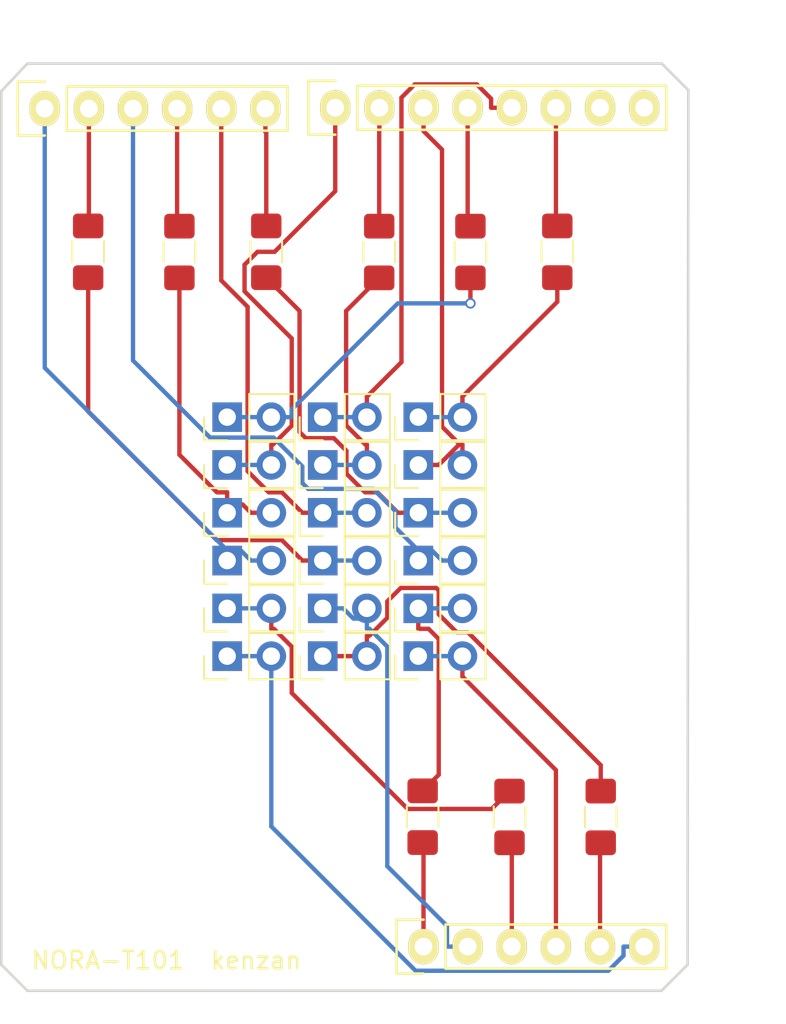
<source format=kicad_pcb>
(kicad_pcb (version 20171130) (host pcbnew "(5.1.5-0)")

  (general
    (thickness 1.6)
    (drawings 14)
    (tracks 169)
    (zones 0)
    (modules 30)
    (nets 30)
  )

  (page A4)
  (title_block
    (date "lun. 30 mars 2015")
  )

  (layers
    (0 F.Cu signal)
    (31 B.Cu signal)
    (32 B.Adhes user)
    (33 F.Adhes user)
    (34 B.Paste user)
    (35 F.Paste user)
    (36 B.SilkS user)
    (37 F.SilkS user)
    (38 B.Mask user)
    (39 F.Mask user)
    (40 Dwgs.User user)
    (41 Cmts.User user)
    (42 Eco1.User user)
    (43 Eco2.User user)
    (44 Edge.Cuts user)
    (45 Margin user)
    (46 B.CrtYd user)
    (47 F.CrtYd user hide)
    (48 B.Fab user)
    (49 F.Fab user)
  )

  (setup
    (last_trace_width 0.25)
    (user_trace_width 0.5)
    (trace_clearance 0.2)
    (zone_clearance 0.508)
    (zone_45_only no)
    (trace_min 0.2)
    (via_size 0.6)
    (via_drill 0.4)
    (via_min_size 0.4)
    (via_min_drill 0.3)
    (uvia_size 0.3)
    (uvia_drill 0.1)
    (uvias_allowed no)
    (uvia_min_size 0.2)
    (uvia_min_drill 0.1)
    (edge_width 0.15)
    (segment_width 0.15)
    (pcb_text_width 0.3)
    (pcb_text_size 1.5 1.5)
    (mod_edge_width 0.15)
    (mod_text_size 1 1)
    (mod_text_width 0.15)
    (pad_size 4.064 4.064)
    (pad_drill 3.048)
    (pad_to_mask_clearance 0)
    (aux_axis_origin 110.998 126.365)
    (grid_origin 110.998 126.365)
    (visible_elements FFFFFF7F)
    (pcbplotparams
      (layerselection 0x010fc_ffffffff)
      (usegerberextensions true)
      (usegerberattributes false)
      (usegerberadvancedattributes false)
      (creategerberjobfile false)
      (excludeedgelayer true)
      (linewidth 0.100000)
      (plotframeref false)
      (viasonmask false)
      (mode 1)
      (useauxorigin false)
      (hpglpennumber 1)
      (hpglpenspeed 20)
      (hpglpendiameter 15.000000)
      (psnegative false)
      (psa4output false)
      (plotreference true)
      (plotvalue true)
      (plotinvisibletext false)
      (padsonsilk false)
      (subtractmaskfromsilk false)
      (outputformat 1)
      (mirror false)
      (drillshape 0)
      (scaleselection 1)
      (outputdirectory "/Users/kitazaki/Documents/ArduinoHandson/kenzan_02/garber/"))
  )

  (net 0 "")
  (net 1 "Net-(P4-Pad7)")
  (net 2 "Net-(P4-Pad8)")
  (net 3 /G8)
  (net 4 /G9)
  (net 5 /G10)
  (net 6 /G11)
  (net 7 /G12)
  (net 8 /G13)
  (net 9 /G14)
  (net 10 /G15)
  (net 11 /G16)
  (net 12 /G17)
  (net 13 /G18)
  (net 14 /G19)
  (net 15 /G7)
  (net 16 /G6)
  (net 17 /G5)
  (net 18 /G4)
  (net 19 /G3)
  (net 20 /G2)
  (net 21 "Net-(J1-Pad1)")
  (net 22 "Net-(J3-Pad1)")
  (net 23 "Net-(J5-Pad1)")
  (net 24 "Net-(J7-Pad1)")
  (net 25 "Net-(J9-Pad1)")
  (net 26 "Net-(J11-Pad1)")
  (net 27 "Net-(J13-Pad1)")
  (net 28 "Net-(J15-Pad1)")
  (net 29 "Net-(J17-Pad1)")

  (net_class Default "This is the default net class."
    (clearance 0.2)
    (trace_width 0.25)
    (via_dia 0.6)
    (via_drill 0.4)
    (uvia_dia 0.3)
    (uvia_drill 0.1)
    (add_net /G10)
    (add_net /G11)
    (add_net /G12)
    (add_net /G13)
    (add_net /G14)
    (add_net /G15)
    (add_net /G16)
    (add_net /G17)
    (add_net /G18)
    (add_net /G19)
    (add_net /G2)
    (add_net /G3)
    (add_net /G4)
    (add_net /G5)
    (add_net /G6)
    (add_net /G7)
    (add_net /G8)
    (add_net /G9)
    (add_net "Net-(J1-Pad1)")
    (add_net "Net-(J11-Pad1)")
    (add_net "Net-(J13-Pad1)")
    (add_net "Net-(J15-Pad1)")
    (add_net "Net-(J17-Pad1)")
    (add_net "Net-(J3-Pad1)")
    (add_net "Net-(J5-Pad1)")
    (add_net "Net-(J7-Pad1)")
    (add_net "Net-(J9-Pad1)")
    (add_net "Net-(P4-Pad7)")
    (add_net "Net-(P4-Pad8)")
  )

  (module Connector_PinHeader_2.54mm:PinHeader_1x02_P2.54mm_Vertical (layer F.Cu) (tedit 59FED5CC) (tstamp 5FBAB05C)
    (at 133.498 93.365 90)
    (descr "Through hole straight pin header, 1x02, 2.54mm pitch, single row")
    (tags "Through hole pin header THT 1x02 2.54mm single row")
    (path /5FBCF6BB)
    (fp_text reference J1 (at 0 -2.33 90) (layer F.SilkS) hide
      (effects (font (size 1 1) (thickness 0.15)))
    )
    (fp_text value Conn_01x02_Female (at 0 4.87 90) (layer F.Fab) hide
      (effects (font (size 1 1) (thickness 0.15)))
    )
    (fp_text user %R (at 0 1.27) (layer F.Fab) hide
      (effects (font (size 1 1) (thickness 0.15)))
    )
    (fp_line (start 1.8 -1.8) (end -1.8 -1.8) (layer F.CrtYd) (width 0.05))
    (fp_line (start 1.8 4.35) (end 1.8 -1.8) (layer F.CrtYd) (width 0.05))
    (fp_line (start -1.8 4.35) (end 1.8 4.35) (layer F.CrtYd) (width 0.05))
    (fp_line (start -1.8 -1.8) (end -1.8 4.35) (layer F.CrtYd) (width 0.05))
    (fp_line (start -1.33 -1.33) (end 0 -1.33) (layer F.SilkS) (width 0.12))
    (fp_line (start -1.33 0) (end -1.33 -1.33) (layer F.SilkS) (width 0.12))
    (fp_line (start -1.33 1.27) (end 1.33 1.27) (layer F.SilkS) (width 0.12))
    (fp_line (start 1.33 1.27) (end 1.33 3.87) (layer F.SilkS) (width 0.12))
    (fp_line (start -1.33 1.27) (end -1.33 3.87) (layer F.SilkS) (width 0.12))
    (fp_line (start -1.33 3.87) (end 1.33 3.87) (layer F.SilkS) (width 0.12))
    (fp_line (start -1.27 -0.635) (end -0.635 -1.27) (layer F.Fab) (width 0.1))
    (fp_line (start -1.27 3.81) (end -1.27 -0.635) (layer F.Fab) (width 0.1))
    (fp_line (start 1.27 3.81) (end -1.27 3.81) (layer F.Fab) (width 0.1))
    (fp_line (start 1.27 -1.27) (end 1.27 3.81) (layer F.Fab) (width 0.1))
    (fp_line (start -0.635 -1.27) (end 1.27 -1.27) (layer F.Fab) (width 0.1))
    (pad 2 thru_hole oval (at 0 2.54 90) (size 1.7 1.7) (drill 1) (layers *.Cu *.Mask)
      (net 21 "Net-(J1-Pad1)"))
    (pad 1 thru_hole rect (at 0 0 90) (size 1.7 1.7) (drill 1) (layers *.Cu *.Mask)
      (net 21 "Net-(J1-Pad1)"))
    (model ${KISYS3DMOD}/Connector_PinHeader_2.54mm.3dshapes/PinHeader_1x02_P2.54mm_Vertical.wrl
      (at (xyz 0 0 0))
      (scale (xyz 1 1 1))
      (rotate (xyz 0 0 0))
    )
  )

  (module Resistor_SMD:R_1206_3216Metric_Pad1.42x1.75mm_HandSolder (layer F.Cu) (tedit 5B301BBD) (tstamp 5FBAB2E7)
    (at 143.998 116.365 90)
    (descr "Resistor SMD 1206 (3216 Metric), square (rectangular) end terminal, IPC_7351 nominal with elongated pad for handsoldering. (Body size source: http://www.tortai-tech.com/upload/download/2011102023233369053.pdf), generated with kicad-footprint-generator")
    (tags "resistor handsolder")
    (path /5FBFF0D5)
    (attr smd)
    (fp_text reference R9 (at 0 -1.82 90) (layer F.SilkS) hide
      (effects (font (size 1 1) (thickness 0.15)))
    )
    (fp_text value R (at 0 1.82 90) (layer F.Fab) hide
      (effects (font (size 1 1) (thickness 0.15)))
    )
    (fp_text user %R (at 0 0 90) (layer F.Fab) hide
      (effects (font (size 0.8 0.8) (thickness 0.12)))
    )
    (fp_line (start 2.45 1.12) (end -2.45 1.12) (layer F.CrtYd) (width 0.05))
    (fp_line (start 2.45 -1.12) (end 2.45 1.12) (layer F.CrtYd) (width 0.05))
    (fp_line (start -2.45 -1.12) (end 2.45 -1.12) (layer F.CrtYd) (width 0.05))
    (fp_line (start -2.45 1.12) (end -2.45 -1.12) (layer F.CrtYd) (width 0.05))
    (fp_line (start -0.602064 0.91) (end 0.602064 0.91) (layer F.SilkS) (width 0.12))
    (fp_line (start -0.602064 -0.91) (end 0.602064 -0.91) (layer F.SilkS) (width 0.12))
    (fp_line (start 1.6 0.8) (end -1.6 0.8) (layer F.Fab) (width 0.1))
    (fp_line (start 1.6 -0.8) (end 1.6 0.8) (layer F.Fab) (width 0.1))
    (fp_line (start -1.6 -0.8) (end 1.6 -0.8) (layer F.Fab) (width 0.1))
    (fp_line (start -1.6 0.8) (end -1.6 -0.8) (layer F.Fab) (width 0.1))
    (pad 2 smd roundrect (at 1.4875 0 90) (size 1.425 1.75) (layers F.Cu F.Paste F.Mask) (roundrect_rratio 0.175439)
      (net 29 "Net-(J17-Pad1)"))
    (pad 1 smd roundrect (at -1.4875 0 90) (size 1.425 1.75) (layers F.Cu F.Paste F.Mask) (roundrect_rratio 0.175439)
      (net 13 /G18))
    (model ${KISYS3DMOD}/Resistor_SMD.3dshapes/R_1206_3216Metric.wrl
      (at (xyz 0 0 0))
      (scale (xyz 1 1 1))
      (rotate (xyz 0 0 0))
    )
  )

  (module Resistor_SMD:R_1206_3216Metric_Pad1.42x1.75mm_HandSolder (layer F.Cu) (tedit 5B301BBD) (tstamp 5FBAB2D6)
    (at 138.748 116.365 90)
    (descr "Resistor SMD 1206 (3216 Metric), square (rectangular) end terminal, IPC_7351 nominal with elongated pad for handsoldering. (Body size source: http://www.tortai-tech.com/upload/download/2011102023233369053.pdf), generated with kicad-footprint-generator")
    (tags "resistor handsolder")
    (path /5FBFF0E1)
    (attr smd)
    (fp_text reference R8 (at 0 -1.82 90) (layer F.SilkS) hide
      (effects (font (size 1 1) (thickness 0.15)))
    )
    (fp_text value R (at 0 1.82 90) (layer F.Fab) hide
      (effects (font (size 1 1) (thickness 0.15)))
    )
    (fp_text user %R (at 0 0 90) (layer F.Fab) hide
      (effects (font (size 0.8 0.8) (thickness 0.12)))
    )
    (fp_line (start 2.45 1.12) (end -2.45 1.12) (layer F.CrtYd) (width 0.05))
    (fp_line (start 2.45 -1.12) (end 2.45 1.12) (layer F.CrtYd) (width 0.05))
    (fp_line (start -2.45 -1.12) (end 2.45 -1.12) (layer F.CrtYd) (width 0.05))
    (fp_line (start -2.45 1.12) (end -2.45 -1.12) (layer F.CrtYd) (width 0.05))
    (fp_line (start -0.602064 0.91) (end 0.602064 0.91) (layer F.SilkS) (width 0.12))
    (fp_line (start -0.602064 -0.91) (end 0.602064 -0.91) (layer F.SilkS) (width 0.12))
    (fp_line (start 1.6 0.8) (end -1.6 0.8) (layer F.Fab) (width 0.1))
    (fp_line (start 1.6 -0.8) (end 1.6 0.8) (layer F.Fab) (width 0.1))
    (fp_line (start -1.6 -0.8) (end 1.6 -0.8) (layer F.Fab) (width 0.1))
    (fp_line (start -1.6 0.8) (end -1.6 -0.8) (layer F.Fab) (width 0.1))
    (pad 2 smd roundrect (at 1.4875 0 90) (size 1.425 1.75) (layers F.Cu F.Paste F.Mask) (roundrect_rratio 0.175439)
      (net 28 "Net-(J15-Pad1)"))
    (pad 1 smd roundrect (at -1.4875 0 90) (size 1.425 1.75) (layers F.Cu F.Paste F.Mask) (roundrect_rratio 0.175439)
      (net 11 /G16))
    (model ${KISYS3DMOD}/Resistor_SMD.3dshapes/R_1206_3216Metric.wrl
      (at (xyz 0 0 0))
      (scale (xyz 1 1 1))
      (rotate (xyz 0 0 0))
    )
  )

  (module Resistor_SMD:R_1206_3216Metric_Pad1.42x1.75mm_HandSolder (layer F.Cu) (tedit 5B301BBD) (tstamp 5FBAB2C5)
    (at 133.748 116.352 90)
    (descr "Resistor SMD 1206 (3216 Metric), square (rectangular) end terminal, IPC_7351 nominal with elongated pad for handsoldering. (Body size source: http://www.tortai-tech.com/upload/download/2011102023233369053.pdf), generated with kicad-footprint-generator")
    (tags "resistor handsolder")
    (path /5FBFF0E7)
    (attr smd)
    (fp_text reference R7 (at 0 -1.82 90) (layer F.SilkS) hide
      (effects (font (size 1 1) (thickness 0.15)))
    )
    (fp_text value R (at 0 1.82 90) (layer F.Fab) hide
      (effects (font (size 1 1) (thickness 0.15)))
    )
    (fp_text user %R (at 0 0 90) (layer F.Fab) hide
      (effects (font (size 0.8 0.8) (thickness 0.12)))
    )
    (fp_line (start 2.45 1.12) (end -2.45 1.12) (layer F.CrtYd) (width 0.05))
    (fp_line (start 2.45 -1.12) (end 2.45 1.12) (layer F.CrtYd) (width 0.05))
    (fp_line (start -2.45 -1.12) (end 2.45 -1.12) (layer F.CrtYd) (width 0.05))
    (fp_line (start -2.45 1.12) (end -2.45 -1.12) (layer F.CrtYd) (width 0.05))
    (fp_line (start -0.602064 0.91) (end 0.602064 0.91) (layer F.SilkS) (width 0.12))
    (fp_line (start -0.602064 -0.91) (end 0.602064 -0.91) (layer F.SilkS) (width 0.12))
    (fp_line (start 1.6 0.8) (end -1.6 0.8) (layer F.Fab) (width 0.1))
    (fp_line (start 1.6 -0.8) (end 1.6 0.8) (layer F.Fab) (width 0.1))
    (fp_line (start -1.6 -0.8) (end 1.6 -0.8) (layer F.Fab) (width 0.1))
    (fp_line (start -1.6 0.8) (end -1.6 -0.8) (layer F.Fab) (width 0.1))
    (pad 2 smd roundrect (at 1.4875 0 90) (size 1.425 1.75) (layers F.Cu F.Paste F.Mask) (roundrect_rratio 0.175439)
      (net 27 "Net-(J13-Pad1)"))
    (pad 1 smd roundrect (at -1.4875 0 90) (size 1.425 1.75) (layers F.Cu F.Paste F.Mask) (roundrect_rratio 0.175439)
      (net 9 /G14))
    (model ${KISYS3DMOD}/Resistor_SMD.3dshapes/R_1206_3216Metric.wrl
      (at (xyz 0 0 0))
      (scale (xyz 1 1 1))
      (rotate (xyz 0 0 0))
    )
  )

  (module Resistor_SMD:R_1206_3216Metric_Pad1.42x1.75mm_HandSolder (layer F.Cu) (tedit 5B301BBD) (tstamp 5FBAB2B4)
    (at 114.498 83.8525 90)
    (descr "Resistor SMD 1206 (3216 Metric), square (rectangular) end terminal, IPC_7351 nominal with elongated pad for handsoldering. (Body size source: http://www.tortai-tech.com/upload/download/2011102023233369053.pdf), generated with kicad-footprint-generator")
    (tags "resistor handsolder")
    (path /5FBF30F5)
    (attr smd)
    (fp_text reference R6 (at 0 -1.82 90) (layer F.SilkS) hide
      (effects (font (size 1 1) (thickness 0.15)))
    )
    (fp_text value R (at 1.75 -0.75 90) (layer F.Fab) hide
      (effects (font (size 1 1) (thickness 0.15)))
    )
    (fp_text user %R (at 0 0 90) (layer F.Fab) hide
      (effects (font (size 0.8 0.8) (thickness 0.12)))
    )
    (fp_line (start 2.45 1.12) (end -2.45 1.12) (layer F.CrtYd) (width 0.05))
    (fp_line (start 2.45 -1.12) (end 2.45 1.12) (layer F.CrtYd) (width 0.05))
    (fp_line (start -2.45 -1.12) (end 2.45 -1.12) (layer F.CrtYd) (width 0.05))
    (fp_line (start -2.45 1.12) (end -2.45 -1.12) (layer F.CrtYd) (width 0.05))
    (fp_line (start -0.602064 0.91) (end 0.602064 0.91) (layer F.SilkS) (width 0.12))
    (fp_line (start -0.602064 -0.91) (end 0.602064 -0.91) (layer F.SilkS) (width 0.12))
    (fp_line (start 1.6 0.8) (end -1.6 0.8) (layer F.Fab) (width 0.1))
    (fp_line (start 1.6 -0.8) (end 1.6 0.8) (layer F.Fab) (width 0.1))
    (fp_line (start -1.6 -0.8) (end 1.6 -0.8) (layer F.Fab) (width 0.1))
    (fp_line (start -1.6 0.8) (end -1.6 -0.8) (layer F.Fab) (width 0.1))
    (pad 2 smd roundrect (at 1.4875 0 90) (size 1.425 1.75) (layers F.Cu F.Paste F.Mask) (roundrect_rratio 0.175439)
      (net 7 /G12))
    (pad 1 smd roundrect (at -1.4875 0 90) (size 1.425 1.75) (layers F.Cu F.Paste F.Mask) (roundrect_rratio 0.175439)
      (net 26 "Net-(J11-Pad1)"))
    (model ${KISYS3DMOD}/Resistor_SMD.3dshapes/R_1206_3216Metric.wrl
      (at (xyz 0 0 0))
      (scale (xyz 1 1 1))
      (rotate (xyz 0 0 0))
    )
  )

  (module Resistor_SMD:R_1206_3216Metric_Pad1.42x1.75mm_HandSolder (layer F.Cu) (tedit 5B301BBD) (tstamp 5FBAB2A3)
    (at 119.748 83.865 90)
    (descr "Resistor SMD 1206 (3216 Metric), square (rectangular) end terminal, IPC_7351 nominal with elongated pad for handsoldering. (Body size source: http://www.tortai-tech.com/upload/download/2011102023233369053.pdf), generated with kicad-footprint-generator")
    (tags "resistor handsolder")
    (path /5FBF30EF)
    (attr smd)
    (fp_text reference R5 (at 0 -1.82 90) (layer F.SilkS) hide
      (effects (font (size 1 1) (thickness 0.15)))
    )
    (fp_text value R (at 0 1.82 90) (layer F.Fab) hide
      (effects (font (size 1 1) (thickness 0.15)))
    )
    (fp_text user %R (at 0 0 90) (layer F.Fab) hide
      (effects (font (size 0.8 0.8) (thickness 0.12)))
    )
    (fp_line (start 2.45 1.12) (end -2.45 1.12) (layer F.CrtYd) (width 0.05))
    (fp_line (start 2.45 -1.12) (end 2.45 1.12) (layer F.CrtYd) (width 0.05))
    (fp_line (start -2.45 -1.12) (end 2.45 -1.12) (layer F.CrtYd) (width 0.05))
    (fp_line (start -2.45 1.12) (end -2.45 -1.12) (layer F.CrtYd) (width 0.05))
    (fp_line (start -0.602064 0.91) (end 0.602064 0.91) (layer F.SilkS) (width 0.12))
    (fp_line (start -0.602064 -0.91) (end 0.602064 -0.91) (layer F.SilkS) (width 0.12))
    (fp_line (start 1.6 0.8) (end -1.6 0.8) (layer F.Fab) (width 0.1))
    (fp_line (start 1.6 -0.8) (end 1.6 0.8) (layer F.Fab) (width 0.1))
    (fp_line (start -1.6 -0.8) (end 1.6 -0.8) (layer F.Fab) (width 0.1))
    (fp_line (start -1.6 0.8) (end -1.6 -0.8) (layer F.Fab) (width 0.1))
    (pad 2 smd roundrect (at 1.4875 0 90) (size 1.425 1.75) (layers F.Cu F.Paste F.Mask) (roundrect_rratio 0.175439)
      (net 5 /G10))
    (pad 1 smd roundrect (at -1.4875 0 90) (size 1.425 1.75) (layers F.Cu F.Paste F.Mask) (roundrect_rratio 0.175439)
      (net 25 "Net-(J9-Pad1)"))
    (model ${KISYS3DMOD}/Resistor_SMD.3dshapes/R_1206_3216Metric.wrl
      (at (xyz 0 0 0))
      (scale (xyz 1 1 1))
      (rotate (xyz 0 0 0))
    )
  )

  (module Resistor_SMD:R_1206_3216Metric_Pad1.42x1.75mm_HandSolder (layer F.Cu) (tedit 5B301BBD) (tstamp 5FBAB292)
    (at 124.748 83.8525 90)
    (descr "Resistor SMD 1206 (3216 Metric), square (rectangular) end terminal, IPC_7351 nominal with elongated pad for handsoldering. (Body size source: http://www.tortai-tech.com/upload/download/2011102023233369053.pdf), generated with kicad-footprint-generator")
    (tags "resistor handsolder")
    (path /5FBF30E3)
    (attr smd)
    (fp_text reference R4 (at 0 -1.82 90) (layer F.SilkS) hide
      (effects (font (size 1 1) (thickness 0.15)))
    )
    (fp_text value R (at 0 1.82 90) (layer F.Fab) hide
      (effects (font (size 1 1) (thickness 0.15)))
    )
    (fp_text user %R (at 0 0 90) (layer F.Fab) hide
      (effects (font (size 0.8 0.8) (thickness 0.12)))
    )
    (fp_line (start 2.45 1.12) (end -2.45 1.12) (layer F.CrtYd) (width 0.05))
    (fp_line (start 2.45 -1.12) (end 2.45 1.12) (layer F.CrtYd) (width 0.05))
    (fp_line (start -2.45 -1.12) (end 2.45 -1.12) (layer F.CrtYd) (width 0.05))
    (fp_line (start -2.45 1.12) (end -2.45 -1.12) (layer F.CrtYd) (width 0.05))
    (fp_line (start -0.602064 0.91) (end 0.602064 0.91) (layer F.SilkS) (width 0.12))
    (fp_line (start -0.602064 -0.91) (end 0.602064 -0.91) (layer F.SilkS) (width 0.12))
    (fp_line (start 1.6 0.8) (end -1.6 0.8) (layer F.Fab) (width 0.1))
    (fp_line (start 1.6 -0.8) (end 1.6 0.8) (layer F.Fab) (width 0.1))
    (fp_line (start -1.6 -0.8) (end 1.6 -0.8) (layer F.Fab) (width 0.1))
    (fp_line (start -1.6 0.8) (end -1.6 -0.8) (layer F.Fab) (width 0.1))
    (pad 2 smd roundrect (at 1.4875 0 90) (size 1.425 1.75) (layers F.Cu F.Paste F.Mask) (roundrect_rratio 0.175439)
      (net 3 /G8))
    (pad 1 smd roundrect (at -1.4875 0 90) (size 1.425 1.75) (layers F.Cu F.Paste F.Mask) (roundrect_rratio 0.175439)
      (net 24 "Net-(J7-Pad1)"))
    (model ${KISYS3DMOD}/Resistor_SMD.3dshapes/R_1206_3216Metric.wrl
      (at (xyz 0 0 0))
      (scale (xyz 1 1 1))
      (rotate (xyz 0 0 0))
    )
  )

  (module Resistor_SMD:R_1206_3216Metric_Pad1.42x1.75mm_HandSolder (layer F.Cu) (tedit 5B301BBD) (tstamp 5FBAB281)
    (at 131.248 83.865 90)
    (descr "Resistor SMD 1206 (3216 Metric), square (rectangular) end terminal, IPC_7351 nominal with elongated pad for handsoldering. (Body size source: http://www.tortai-tech.com/upload/download/2011102023233369053.pdf), generated with kicad-footprint-generator")
    (tags "resistor handsolder")
    (path /5FBED948)
    (attr smd)
    (fp_text reference R3 (at 0 -1.82 90) (layer F.SilkS) hide
      (effects (font (size 1 1) (thickness 0.15)))
    )
    (fp_text value R (at 0 1.82 90) (layer F.Fab) hide
      (effects (font (size 1 1) (thickness 0.15)))
    )
    (fp_text user %R (at 0 0 90) (layer F.Fab) hide
      (effects (font (size 0.8 0.8) (thickness 0.12)))
    )
    (fp_line (start 2.45 1.12) (end -2.45 1.12) (layer F.CrtYd) (width 0.05))
    (fp_line (start 2.45 -1.12) (end 2.45 1.12) (layer F.CrtYd) (width 0.05))
    (fp_line (start -2.45 -1.12) (end 2.45 -1.12) (layer F.CrtYd) (width 0.05))
    (fp_line (start -2.45 1.12) (end -2.45 -1.12) (layer F.CrtYd) (width 0.05))
    (fp_line (start -0.602064 0.91) (end 0.602064 0.91) (layer F.SilkS) (width 0.12))
    (fp_line (start -0.602064 -0.91) (end 0.602064 -0.91) (layer F.SilkS) (width 0.12))
    (fp_line (start 1.6 0.8) (end -1.6 0.8) (layer F.Fab) (width 0.1))
    (fp_line (start 1.6 -0.8) (end 1.6 0.8) (layer F.Fab) (width 0.1))
    (fp_line (start -1.6 -0.8) (end 1.6 -0.8) (layer F.Fab) (width 0.1))
    (fp_line (start -1.6 0.8) (end -1.6 -0.8) (layer F.Fab) (width 0.1))
    (pad 2 smd roundrect (at 1.4875 0 90) (size 1.425 1.75) (layers F.Cu F.Paste F.Mask) (roundrect_rratio 0.175439)
      (net 16 /G6))
    (pad 1 smd roundrect (at -1.4875 0 90) (size 1.425 1.75) (layers F.Cu F.Paste F.Mask) (roundrect_rratio 0.175439)
      (net 23 "Net-(J5-Pad1)"))
    (model ${KISYS3DMOD}/Resistor_SMD.3dshapes/R_1206_3216Metric.wrl
      (at (xyz 0 0 0))
      (scale (xyz 1 1 1))
      (rotate (xyz 0 0 0))
    )
  )

  (module Resistor_SMD:R_1206_3216Metric_Pad1.42x1.75mm_HandSolder (layer F.Cu) (tedit 5B301BBD) (tstamp 5FBAB270)
    (at 136.498 83.865 90)
    (descr "Resistor SMD 1206 (3216 Metric), square (rectangular) end terminal, IPC_7351 nominal with elongated pad for handsoldering. (Body size source: http://www.tortai-tech.com/upload/download/2011102023233369053.pdf), generated with kicad-footprint-generator")
    (tags "resistor handsolder")
    (path /5FBED3C0)
    (attr smd)
    (fp_text reference R2 (at 0 -1.82 90) (layer F.SilkS) hide
      (effects (font (size 1 1) (thickness 0.15)))
    )
    (fp_text value R (at 0 1.82 90) (layer F.Fab) hide
      (effects (font (size 1 1) (thickness 0.15)))
    )
    (fp_text user %R (at 0 0 90) (layer F.Fab) hide
      (effects (font (size 0.8 0.8) (thickness 0.12)))
    )
    (fp_line (start 2.45 1.12) (end -2.45 1.12) (layer F.CrtYd) (width 0.05))
    (fp_line (start 2.45 -1.12) (end 2.45 1.12) (layer F.CrtYd) (width 0.05))
    (fp_line (start -2.45 -1.12) (end 2.45 -1.12) (layer F.CrtYd) (width 0.05))
    (fp_line (start -2.45 1.12) (end -2.45 -1.12) (layer F.CrtYd) (width 0.05))
    (fp_line (start -0.602064 0.91) (end 0.602064 0.91) (layer F.SilkS) (width 0.12))
    (fp_line (start -0.602064 -0.91) (end 0.602064 -0.91) (layer F.SilkS) (width 0.12))
    (fp_line (start 1.6 0.8) (end -1.6 0.8) (layer F.Fab) (width 0.1))
    (fp_line (start 1.6 -0.8) (end 1.6 0.8) (layer F.Fab) (width 0.1))
    (fp_line (start -1.6 -0.8) (end 1.6 -0.8) (layer F.Fab) (width 0.1))
    (fp_line (start -1.6 0.8) (end -1.6 -0.8) (layer F.Fab) (width 0.1))
    (pad 2 smd roundrect (at 1.4875 0 90) (size 1.425 1.75) (layers F.Cu F.Paste F.Mask) (roundrect_rratio 0.175439)
      (net 18 /G4))
    (pad 1 smd roundrect (at -1.4875 0 90) (size 1.425 1.75) (layers F.Cu F.Paste F.Mask) (roundrect_rratio 0.175439)
      (net 22 "Net-(J3-Pad1)"))
    (model ${KISYS3DMOD}/Resistor_SMD.3dshapes/R_1206_3216Metric.wrl
      (at (xyz 0 0 0))
      (scale (xyz 1 1 1))
      (rotate (xyz 0 0 0))
    )
  )

  (module Resistor_SMD:R_1206_3216Metric_Pad1.42x1.75mm_HandSolder (layer F.Cu) (tedit 5B301BBD) (tstamp 5FBAB25F)
    (at 141.498 83.8525 90)
    (descr "Resistor SMD 1206 (3216 Metric), square (rectangular) end terminal, IPC_7351 nominal with elongated pad for handsoldering. (Body size source: http://www.tortai-tech.com/upload/download/2011102023233369053.pdf), generated with kicad-footprint-generator")
    (tags "resistor handsolder")
    (path /5FBDA0B3)
    (attr smd)
    (fp_text reference R1 (at 0 -1.82 90) (layer F.SilkS) hide
      (effects (font (size 1 1) (thickness 0.15)))
    )
    (fp_text value R (at 0 1.82 90) (layer F.Fab) hide
      (effects (font (size 1 1) (thickness 0.15)))
    )
    (fp_text user %R (at 0 0 90) (layer F.Fab) hide
      (effects (font (size 0.8 0.8) (thickness 0.12)))
    )
    (fp_line (start 2.45 1.12) (end -2.45 1.12) (layer F.CrtYd) (width 0.05))
    (fp_line (start 2.45 -1.12) (end 2.45 1.12) (layer F.CrtYd) (width 0.05))
    (fp_line (start -2.45 -1.12) (end 2.45 -1.12) (layer F.CrtYd) (width 0.05))
    (fp_line (start -2.45 1.12) (end -2.45 -1.12) (layer F.CrtYd) (width 0.05))
    (fp_line (start -0.602064 0.91) (end 0.602064 0.91) (layer F.SilkS) (width 0.12))
    (fp_line (start -0.602064 -0.91) (end 0.602064 -0.91) (layer F.SilkS) (width 0.12))
    (fp_line (start 1.6 0.8) (end -1.6 0.8) (layer F.Fab) (width 0.1))
    (fp_line (start 1.6 -0.8) (end 1.6 0.8) (layer F.Fab) (width 0.1))
    (fp_line (start -1.6 -0.8) (end 1.6 -0.8) (layer F.Fab) (width 0.1))
    (fp_line (start -1.6 0.8) (end -1.6 -0.8) (layer F.Fab) (width 0.1))
    (pad 2 smd roundrect (at 1.4875 0 90) (size 1.425 1.75) (layers F.Cu F.Paste F.Mask) (roundrect_rratio 0.175439)
      (net 20 /G2))
    (pad 1 smd roundrect (at -1.4875 0 90) (size 1.425 1.75) (layers F.Cu F.Paste F.Mask) (roundrect_rratio 0.175439)
      (net 21 "Net-(J1-Pad1)"))
    (model ${KISYS3DMOD}/Resistor_SMD.3dshapes/R_1206_3216Metric.wrl
      (at (xyz 0 0 0))
      (scale (xyz 1 1 1))
      (rotate (xyz 0 0 0))
    )
  )

  (module Connector_PinHeader_2.54mm:PinHeader_1x02_P2.54mm_Vertical (layer F.Cu) (tedit 59FED5CC) (tstamp 5FBAB1D2)
    (at 122.498 107.115 90)
    (descr "Through hole straight pin header, 1x02, 2.54mm pitch, single row")
    (tags "Through hole pin header THT 1x02 2.54mm single row")
    (path /5FBFF0B7)
    (fp_text reference J18 (at 0 -2.33 90) (layer F.SilkS) hide
      (effects (font (size 1 1) (thickness 0.15)))
    )
    (fp_text value Conn_01x02_Female (at 0 4.87 90) (layer F.Fab) hide
      (effects (font (size 1 1) (thickness 0.15)))
    )
    (fp_text user %R (at 0 1.27) (layer F.Fab) hide
      (effects (font (size 1 1) (thickness 0.15)))
    )
    (fp_line (start 1.8 -1.8) (end -1.8 -1.8) (layer F.CrtYd) (width 0.05))
    (fp_line (start 1.8 4.35) (end 1.8 -1.8) (layer F.CrtYd) (width 0.05))
    (fp_line (start -1.8 4.35) (end 1.8 4.35) (layer F.CrtYd) (width 0.05))
    (fp_line (start -1.8 -1.8) (end -1.8 4.35) (layer F.CrtYd) (width 0.05))
    (fp_line (start -1.33 -1.33) (end 0 -1.33) (layer F.SilkS) (width 0.12))
    (fp_line (start -1.33 0) (end -1.33 -1.33) (layer F.SilkS) (width 0.12))
    (fp_line (start -1.33 1.27) (end 1.33 1.27) (layer F.SilkS) (width 0.12))
    (fp_line (start 1.33 1.27) (end 1.33 3.87) (layer F.SilkS) (width 0.12))
    (fp_line (start -1.33 1.27) (end -1.33 3.87) (layer F.SilkS) (width 0.12))
    (fp_line (start -1.33 3.87) (end 1.33 3.87) (layer F.SilkS) (width 0.12))
    (fp_line (start -1.27 -0.635) (end -0.635 -1.27) (layer F.Fab) (width 0.1))
    (fp_line (start -1.27 3.81) (end -1.27 -0.635) (layer F.Fab) (width 0.1))
    (fp_line (start 1.27 3.81) (end -1.27 3.81) (layer F.Fab) (width 0.1))
    (fp_line (start 1.27 -1.27) (end 1.27 3.81) (layer F.Fab) (width 0.1))
    (fp_line (start -0.635 -1.27) (end 1.27 -1.27) (layer F.Fab) (width 0.1))
    (pad 2 thru_hole oval (at 0 2.54 90) (size 1.7 1.7) (drill 1) (layers *.Cu *.Mask)
      (net 14 /G19))
    (pad 1 thru_hole rect (at 0 0 90) (size 1.7 1.7) (drill 1) (layers *.Cu *.Mask)
      (net 14 /G19))
    (model ${KISYS3DMOD}/Connector_PinHeader_2.54mm.3dshapes/PinHeader_1x02_P2.54mm_Vertical.wrl
      (at (xyz 0 0 0))
      (scale (xyz 1 1 1))
      (rotate (xyz 0 0 0))
    )
  )

  (module Connector_PinHeader_2.54mm:PinHeader_1x02_P2.54mm_Vertical (layer F.Cu) (tedit 59FED5CC) (tstamp 5FBAB1BC)
    (at 127.998 107.115 90)
    (descr "Through hole straight pin header, 1x02, 2.54mm pitch, single row")
    (tags "Through hole pin header THT 1x02 2.54mm single row")
    (path /5FBFF0BD)
    (fp_text reference J17 (at 0 -2.33 90) (layer F.SilkS) hide
      (effects (font (size 1 1) (thickness 0.15)))
    )
    (fp_text value Conn_01x02_Female (at 0 4.87 90) (layer F.Fab) hide
      (effects (font (size 1 1) (thickness 0.15)))
    )
    (fp_text user %R (at 0 1.27) (layer F.Fab) hide
      (effects (font (size 1 1) (thickness 0.15)))
    )
    (fp_line (start 1.8 -1.8) (end -1.8 -1.8) (layer F.CrtYd) (width 0.05))
    (fp_line (start 1.8 4.35) (end 1.8 -1.8) (layer F.CrtYd) (width 0.05))
    (fp_line (start -1.8 4.35) (end 1.8 4.35) (layer F.CrtYd) (width 0.05))
    (fp_line (start -1.8 -1.8) (end -1.8 4.35) (layer F.CrtYd) (width 0.05))
    (fp_line (start -1.33 -1.33) (end 0 -1.33) (layer F.SilkS) (width 0.12))
    (fp_line (start -1.33 0) (end -1.33 -1.33) (layer F.SilkS) (width 0.12))
    (fp_line (start -1.33 1.27) (end 1.33 1.27) (layer F.SilkS) (width 0.12))
    (fp_line (start 1.33 1.27) (end 1.33 3.87) (layer F.SilkS) (width 0.12))
    (fp_line (start -1.33 1.27) (end -1.33 3.87) (layer F.SilkS) (width 0.12))
    (fp_line (start -1.33 3.87) (end 1.33 3.87) (layer F.SilkS) (width 0.12))
    (fp_line (start -1.27 -0.635) (end -0.635 -1.27) (layer F.Fab) (width 0.1))
    (fp_line (start -1.27 3.81) (end -1.27 -0.635) (layer F.Fab) (width 0.1))
    (fp_line (start 1.27 3.81) (end -1.27 3.81) (layer F.Fab) (width 0.1))
    (fp_line (start 1.27 -1.27) (end 1.27 3.81) (layer F.Fab) (width 0.1))
    (fp_line (start -0.635 -1.27) (end 1.27 -1.27) (layer F.Fab) (width 0.1))
    (pad 2 thru_hole oval (at 0 2.54 90) (size 1.7 1.7) (drill 1) (layers *.Cu *.Mask)
      (net 29 "Net-(J17-Pad1)"))
    (pad 1 thru_hole rect (at 0 0 90) (size 1.7 1.7) (drill 1) (layers *.Cu *.Mask)
      (net 29 "Net-(J17-Pad1)"))
    (model ${KISYS3DMOD}/Connector_PinHeader_2.54mm.3dshapes/PinHeader_1x02_P2.54mm_Vertical.wrl
      (at (xyz 0 0 0))
      (scale (xyz 1 1 1))
      (rotate (xyz 0 0 0))
    )
  )

  (module Connector_PinHeader_2.54mm:PinHeader_1x02_P2.54mm_Vertical (layer F.Cu) (tedit 59FED5CC) (tstamp 5FBAB1A6)
    (at 133.498 107.115 90)
    (descr "Through hole straight pin header, 1x02, 2.54mm pitch, single row")
    (tags "Through hole pin header THT 1x02 2.54mm single row")
    (path /5FBFF0C3)
    (fp_text reference J16 (at 0 -2.33 90) (layer F.SilkS) hide
      (effects (font (size 1 1) (thickness 0.15)))
    )
    (fp_text value Conn_01x02_Female (at 0 4.87 90) (layer F.Fab) hide
      (effects (font (size 1 1) (thickness 0.15)))
    )
    (fp_text user %R (at 0 1.27) (layer F.Fab) hide
      (effects (font (size 1 1) (thickness 0.15)))
    )
    (fp_line (start 1.8 -1.8) (end -1.8 -1.8) (layer F.CrtYd) (width 0.05))
    (fp_line (start 1.8 4.35) (end 1.8 -1.8) (layer F.CrtYd) (width 0.05))
    (fp_line (start -1.8 4.35) (end 1.8 4.35) (layer F.CrtYd) (width 0.05))
    (fp_line (start -1.8 -1.8) (end -1.8 4.35) (layer F.CrtYd) (width 0.05))
    (fp_line (start -1.33 -1.33) (end 0 -1.33) (layer F.SilkS) (width 0.12))
    (fp_line (start -1.33 0) (end -1.33 -1.33) (layer F.SilkS) (width 0.12))
    (fp_line (start -1.33 1.27) (end 1.33 1.27) (layer F.SilkS) (width 0.12))
    (fp_line (start 1.33 1.27) (end 1.33 3.87) (layer F.SilkS) (width 0.12))
    (fp_line (start -1.33 1.27) (end -1.33 3.87) (layer F.SilkS) (width 0.12))
    (fp_line (start -1.33 3.87) (end 1.33 3.87) (layer F.SilkS) (width 0.12))
    (fp_line (start -1.27 -0.635) (end -0.635 -1.27) (layer F.Fab) (width 0.1))
    (fp_line (start -1.27 3.81) (end -1.27 -0.635) (layer F.Fab) (width 0.1))
    (fp_line (start 1.27 3.81) (end -1.27 3.81) (layer F.Fab) (width 0.1))
    (fp_line (start 1.27 -1.27) (end 1.27 3.81) (layer F.Fab) (width 0.1))
    (fp_line (start -0.635 -1.27) (end 1.27 -1.27) (layer F.Fab) (width 0.1))
    (pad 2 thru_hole oval (at 0 2.54 90) (size 1.7 1.7) (drill 1) (layers *.Cu *.Mask)
      (net 12 /G17))
    (pad 1 thru_hole rect (at 0 0 90) (size 1.7 1.7) (drill 1) (layers *.Cu *.Mask)
      (net 12 /G17))
    (model ${KISYS3DMOD}/Connector_PinHeader_2.54mm.3dshapes/PinHeader_1x02_P2.54mm_Vertical.wrl
      (at (xyz 0 0 0))
      (scale (xyz 1 1 1))
      (rotate (xyz 0 0 0))
    )
  )

  (module Connector_PinHeader_2.54mm:PinHeader_1x02_P2.54mm_Vertical (layer F.Cu) (tedit 59FED5CC) (tstamp 5FBAB190)
    (at 122.498 104.365 90)
    (descr "Through hole straight pin header, 1x02, 2.54mm pitch, single row")
    (tags "Through hole pin header THT 1x02 2.54mm single row")
    (path /5FBFF0C9)
    (fp_text reference J15 (at 0 -2.33 90) (layer F.SilkS) hide
      (effects (font (size 1 1) (thickness 0.15)))
    )
    (fp_text value Conn_01x02_Female (at 0 4.87 90) (layer F.Fab) hide
      (effects (font (size 1 1) (thickness 0.15)))
    )
    (fp_text user %R (at 0 1.27) (layer F.Fab) hide
      (effects (font (size 1 1) (thickness 0.15)))
    )
    (fp_line (start 1.8 -1.8) (end -1.8 -1.8) (layer F.CrtYd) (width 0.05))
    (fp_line (start 1.8 4.35) (end 1.8 -1.8) (layer F.CrtYd) (width 0.05))
    (fp_line (start -1.8 4.35) (end 1.8 4.35) (layer F.CrtYd) (width 0.05))
    (fp_line (start -1.8 -1.8) (end -1.8 4.35) (layer F.CrtYd) (width 0.05))
    (fp_line (start -1.33 -1.33) (end 0 -1.33) (layer F.SilkS) (width 0.12))
    (fp_line (start -1.33 0) (end -1.33 -1.33) (layer F.SilkS) (width 0.12))
    (fp_line (start -1.33 1.27) (end 1.33 1.27) (layer F.SilkS) (width 0.12))
    (fp_line (start 1.33 1.27) (end 1.33 3.87) (layer F.SilkS) (width 0.12))
    (fp_line (start -1.33 1.27) (end -1.33 3.87) (layer F.SilkS) (width 0.12))
    (fp_line (start -1.33 3.87) (end 1.33 3.87) (layer F.SilkS) (width 0.12))
    (fp_line (start -1.27 -0.635) (end -0.635 -1.27) (layer F.Fab) (width 0.1))
    (fp_line (start -1.27 3.81) (end -1.27 -0.635) (layer F.Fab) (width 0.1))
    (fp_line (start 1.27 3.81) (end -1.27 3.81) (layer F.Fab) (width 0.1))
    (fp_line (start 1.27 -1.27) (end 1.27 3.81) (layer F.Fab) (width 0.1))
    (fp_line (start -0.635 -1.27) (end 1.27 -1.27) (layer F.Fab) (width 0.1))
    (pad 2 thru_hole oval (at 0 2.54 90) (size 1.7 1.7) (drill 1) (layers *.Cu *.Mask)
      (net 28 "Net-(J15-Pad1)"))
    (pad 1 thru_hole rect (at 0 0 90) (size 1.7 1.7) (drill 1) (layers *.Cu *.Mask)
      (net 28 "Net-(J15-Pad1)"))
    (model ${KISYS3DMOD}/Connector_PinHeader_2.54mm.3dshapes/PinHeader_1x02_P2.54mm_Vertical.wrl
      (at (xyz 0 0 0))
      (scale (xyz 1 1 1))
      (rotate (xyz 0 0 0))
    )
  )

  (module Connector_PinHeader_2.54mm:PinHeader_1x02_P2.54mm_Vertical (layer F.Cu) (tedit 59FED5CC) (tstamp 5FBAB17A)
    (at 127.998 104.365 90)
    (descr "Through hole straight pin header, 1x02, 2.54mm pitch, single row")
    (tags "Through hole pin header THT 1x02 2.54mm single row")
    (path /5FBFF0CF)
    (fp_text reference J14 (at 0 -2.33 90) (layer F.SilkS) hide
      (effects (font (size 1 1) (thickness 0.15)))
    )
    (fp_text value Conn_01x02_Female (at 0 4.87 90) (layer F.Fab) hide
      (effects (font (size 1 1) (thickness 0.15)))
    )
    (fp_text user %R (at 0 1.27) (layer F.Fab) hide
      (effects (font (size 1 1) (thickness 0.15)))
    )
    (fp_line (start 1.8 -1.8) (end -1.8 -1.8) (layer F.CrtYd) (width 0.05))
    (fp_line (start 1.8 4.35) (end 1.8 -1.8) (layer F.CrtYd) (width 0.05))
    (fp_line (start -1.8 4.35) (end 1.8 4.35) (layer F.CrtYd) (width 0.05))
    (fp_line (start -1.8 -1.8) (end -1.8 4.35) (layer F.CrtYd) (width 0.05))
    (fp_line (start -1.33 -1.33) (end 0 -1.33) (layer F.SilkS) (width 0.12))
    (fp_line (start -1.33 0) (end -1.33 -1.33) (layer F.SilkS) (width 0.12))
    (fp_line (start -1.33 1.27) (end 1.33 1.27) (layer F.SilkS) (width 0.12))
    (fp_line (start 1.33 1.27) (end 1.33 3.87) (layer F.SilkS) (width 0.12))
    (fp_line (start -1.33 1.27) (end -1.33 3.87) (layer F.SilkS) (width 0.12))
    (fp_line (start -1.33 3.87) (end 1.33 3.87) (layer F.SilkS) (width 0.12))
    (fp_line (start -1.27 -0.635) (end -0.635 -1.27) (layer F.Fab) (width 0.1))
    (fp_line (start -1.27 3.81) (end -1.27 -0.635) (layer F.Fab) (width 0.1))
    (fp_line (start 1.27 3.81) (end -1.27 3.81) (layer F.Fab) (width 0.1))
    (fp_line (start 1.27 -1.27) (end 1.27 3.81) (layer F.Fab) (width 0.1))
    (fp_line (start -0.635 -1.27) (end 1.27 -1.27) (layer F.Fab) (width 0.1))
    (pad 2 thru_hole oval (at 0 2.54 90) (size 1.7 1.7) (drill 1) (layers *.Cu *.Mask)
      (net 10 /G15))
    (pad 1 thru_hole rect (at 0 0 90) (size 1.7 1.7) (drill 1) (layers *.Cu *.Mask)
      (net 10 /G15))
    (model ${KISYS3DMOD}/Connector_PinHeader_2.54mm.3dshapes/PinHeader_1x02_P2.54mm_Vertical.wrl
      (at (xyz 0 0 0))
      (scale (xyz 1 1 1))
      (rotate (xyz 0 0 0))
    )
  )

  (module Connector_PinHeader_2.54mm:PinHeader_1x02_P2.54mm_Vertical (layer F.Cu) (tedit 59FED5CC) (tstamp 5FBAB164)
    (at 133.498 104.365 90)
    (descr "Through hole straight pin header, 1x02, 2.54mm pitch, single row")
    (tags "Through hole pin header THT 1x02 2.54mm single row")
    (path /5FBFF0DB)
    (fp_text reference J13 (at 0 -2.33 90) (layer F.SilkS) hide
      (effects (font (size 1 1) (thickness 0.15)))
    )
    (fp_text value Conn_01x02_Female (at 0 4.87 90) (layer F.Fab) hide
      (effects (font (size 1 1) (thickness 0.15)))
    )
    (fp_text user %R (at 0 1.27) (layer F.Fab) hide
      (effects (font (size 1 1) (thickness 0.15)))
    )
    (fp_line (start 1.8 -1.8) (end -1.8 -1.8) (layer F.CrtYd) (width 0.05))
    (fp_line (start 1.8 4.35) (end 1.8 -1.8) (layer F.CrtYd) (width 0.05))
    (fp_line (start -1.8 4.35) (end 1.8 4.35) (layer F.CrtYd) (width 0.05))
    (fp_line (start -1.8 -1.8) (end -1.8 4.35) (layer F.CrtYd) (width 0.05))
    (fp_line (start -1.33 -1.33) (end 0 -1.33) (layer F.SilkS) (width 0.12))
    (fp_line (start -1.33 0) (end -1.33 -1.33) (layer F.SilkS) (width 0.12))
    (fp_line (start -1.33 1.27) (end 1.33 1.27) (layer F.SilkS) (width 0.12))
    (fp_line (start 1.33 1.27) (end 1.33 3.87) (layer F.SilkS) (width 0.12))
    (fp_line (start -1.33 1.27) (end -1.33 3.87) (layer F.SilkS) (width 0.12))
    (fp_line (start -1.33 3.87) (end 1.33 3.87) (layer F.SilkS) (width 0.12))
    (fp_line (start -1.27 -0.635) (end -0.635 -1.27) (layer F.Fab) (width 0.1))
    (fp_line (start -1.27 3.81) (end -1.27 -0.635) (layer F.Fab) (width 0.1))
    (fp_line (start 1.27 3.81) (end -1.27 3.81) (layer F.Fab) (width 0.1))
    (fp_line (start 1.27 -1.27) (end 1.27 3.81) (layer F.Fab) (width 0.1))
    (fp_line (start -0.635 -1.27) (end 1.27 -1.27) (layer F.Fab) (width 0.1))
    (pad 2 thru_hole oval (at 0 2.54 90) (size 1.7 1.7) (drill 1) (layers *.Cu *.Mask)
      (net 27 "Net-(J13-Pad1)"))
    (pad 1 thru_hole rect (at 0 0 90) (size 1.7 1.7) (drill 1) (layers *.Cu *.Mask)
      (net 27 "Net-(J13-Pad1)"))
    (model ${KISYS3DMOD}/Connector_PinHeader_2.54mm.3dshapes/PinHeader_1x02_P2.54mm_Vertical.wrl
      (at (xyz 0 0 0))
      (scale (xyz 1 1 1))
      (rotate (xyz 0 0 0))
    )
  )

  (module Connector_PinHeader_2.54mm:PinHeader_1x02_P2.54mm_Vertical (layer F.Cu) (tedit 59FED5CC) (tstamp 5FBAB14E)
    (at 122.498 101.615 90)
    (descr "Through hole straight pin header, 1x02, 2.54mm pitch, single row")
    (tags "Through hole pin header THT 1x02 2.54mm single row")
    (path /5FBF30E9)
    (fp_text reference J12 (at 0 -2.33 90) (layer F.SilkS) hide
      (effects (font (size 1 1) (thickness 0.15)))
    )
    (fp_text value Conn_01x02_Female (at 0 4.87 90) (layer F.Fab) hide
      (effects (font (size 1 1) (thickness 0.15)))
    )
    (fp_text user %R (at 0 1.27) (layer F.Fab) hide
      (effects (font (size 1 1) (thickness 0.15)))
    )
    (fp_line (start 1.8 -1.8) (end -1.8 -1.8) (layer F.CrtYd) (width 0.05))
    (fp_line (start 1.8 4.35) (end 1.8 -1.8) (layer F.CrtYd) (width 0.05))
    (fp_line (start -1.8 4.35) (end 1.8 4.35) (layer F.CrtYd) (width 0.05))
    (fp_line (start -1.8 -1.8) (end -1.8 4.35) (layer F.CrtYd) (width 0.05))
    (fp_line (start -1.33 -1.33) (end 0 -1.33) (layer F.SilkS) (width 0.12))
    (fp_line (start -1.33 0) (end -1.33 -1.33) (layer F.SilkS) (width 0.12))
    (fp_line (start -1.33 1.27) (end 1.33 1.27) (layer F.SilkS) (width 0.12))
    (fp_line (start 1.33 1.27) (end 1.33 3.87) (layer F.SilkS) (width 0.12))
    (fp_line (start -1.33 1.27) (end -1.33 3.87) (layer F.SilkS) (width 0.12))
    (fp_line (start -1.33 3.87) (end 1.33 3.87) (layer F.SilkS) (width 0.12))
    (fp_line (start -1.27 -0.635) (end -0.635 -1.27) (layer F.Fab) (width 0.1))
    (fp_line (start -1.27 3.81) (end -1.27 -0.635) (layer F.Fab) (width 0.1))
    (fp_line (start 1.27 3.81) (end -1.27 3.81) (layer F.Fab) (width 0.1))
    (fp_line (start 1.27 -1.27) (end 1.27 3.81) (layer F.Fab) (width 0.1))
    (fp_line (start -0.635 -1.27) (end 1.27 -1.27) (layer F.Fab) (width 0.1))
    (pad 2 thru_hole oval (at 0 2.54 90) (size 1.7 1.7) (drill 1) (layers *.Cu *.Mask)
      (net 8 /G13))
    (pad 1 thru_hole rect (at 0 0 90) (size 1.7 1.7) (drill 1) (layers *.Cu *.Mask)
      (net 8 /G13))
    (model ${KISYS3DMOD}/Connector_PinHeader_2.54mm.3dshapes/PinHeader_1x02_P2.54mm_Vertical.wrl
      (at (xyz 0 0 0))
      (scale (xyz 1 1 1))
      (rotate (xyz 0 0 0))
    )
  )

  (module Connector_PinHeader_2.54mm:PinHeader_1x02_P2.54mm_Vertical (layer F.Cu) (tedit 59FED5CC) (tstamp 5FBAB138)
    (at 127.998 101.615 90)
    (descr "Through hole straight pin header, 1x02, 2.54mm pitch, single row")
    (tags "Through hole pin header THT 1x02 2.54mm single row")
    (path /5FBF30DD)
    (fp_text reference J11 (at 0 -2.33 90) (layer F.SilkS) hide
      (effects (font (size 1 1) (thickness 0.15)))
    )
    (fp_text value Conn_01x02_Female (at 0 4.87 90) (layer F.Fab) hide
      (effects (font (size 1 1) (thickness 0.15)))
    )
    (fp_text user %R (at 0 1.27) (layer F.Fab) hide
      (effects (font (size 1 1) (thickness 0.15)))
    )
    (fp_line (start 1.8 -1.8) (end -1.8 -1.8) (layer F.CrtYd) (width 0.05))
    (fp_line (start 1.8 4.35) (end 1.8 -1.8) (layer F.CrtYd) (width 0.05))
    (fp_line (start -1.8 4.35) (end 1.8 4.35) (layer F.CrtYd) (width 0.05))
    (fp_line (start -1.8 -1.8) (end -1.8 4.35) (layer F.CrtYd) (width 0.05))
    (fp_line (start -1.33 -1.33) (end 0 -1.33) (layer F.SilkS) (width 0.12))
    (fp_line (start -1.33 0) (end -1.33 -1.33) (layer F.SilkS) (width 0.12))
    (fp_line (start -1.33 1.27) (end 1.33 1.27) (layer F.SilkS) (width 0.12))
    (fp_line (start 1.33 1.27) (end 1.33 3.87) (layer F.SilkS) (width 0.12))
    (fp_line (start -1.33 1.27) (end -1.33 3.87) (layer F.SilkS) (width 0.12))
    (fp_line (start -1.33 3.87) (end 1.33 3.87) (layer F.SilkS) (width 0.12))
    (fp_line (start -1.27 -0.635) (end -0.635 -1.27) (layer F.Fab) (width 0.1))
    (fp_line (start -1.27 3.81) (end -1.27 -0.635) (layer F.Fab) (width 0.1))
    (fp_line (start 1.27 3.81) (end -1.27 3.81) (layer F.Fab) (width 0.1))
    (fp_line (start 1.27 -1.27) (end 1.27 3.81) (layer F.Fab) (width 0.1))
    (fp_line (start -0.635 -1.27) (end 1.27 -1.27) (layer F.Fab) (width 0.1))
    (pad 2 thru_hole oval (at 0 2.54 90) (size 1.7 1.7) (drill 1) (layers *.Cu *.Mask)
      (net 26 "Net-(J11-Pad1)"))
    (pad 1 thru_hole rect (at 0 0 90) (size 1.7 1.7) (drill 1) (layers *.Cu *.Mask)
      (net 26 "Net-(J11-Pad1)"))
    (model ${KISYS3DMOD}/Connector_PinHeader_2.54mm.3dshapes/PinHeader_1x02_P2.54mm_Vertical.wrl
      (at (xyz 0 0 0))
      (scale (xyz 1 1 1))
      (rotate (xyz 0 0 0))
    )
  )

  (module Connector_PinHeader_2.54mm:PinHeader_1x02_P2.54mm_Vertical (layer F.Cu) (tedit 59FED5CC) (tstamp 5FBAB122)
    (at 133.498 101.615 90)
    (descr "Through hole straight pin header, 1x02, 2.54mm pitch, single row")
    (tags "Through hole pin header THT 1x02 2.54mm single row")
    (path /5FBF30D7)
    (fp_text reference J10 (at 0 -2.33 90) (layer F.SilkS) hide
      (effects (font (size 1 1) (thickness 0.15)))
    )
    (fp_text value Conn_01x02_Female (at 0 4.87 90) (layer F.Fab) hide
      (effects (font (size 1 1) (thickness 0.15)))
    )
    (fp_text user %R (at 0 1.27) (layer F.Fab) hide
      (effects (font (size 1 1) (thickness 0.15)))
    )
    (fp_line (start 1.8 -1.8) (end -1.8 -1.8) (layer F.CrtYd) (width 0.05))
    (fp_line (start 1.8 4.35) (end 1.8 -1.8) (layer F.CrtYd) (width 0.05))
    (fp_line (start -1.8 4.35) (end 1.8 4.35) (layer F.CrtYd) (width 0.05))
    (fp_line (start -1.8 -1.8) (end -1.8 4.35) (layer F.CrtYd) (width 0.05))
    (fp_line (start -1.33 -1.33) (end 0 -1.33) (layer F.SilkS) (width 0.12))
    (fp_line (start -1.33 0) (end -1.33 -1.33) (layer F.SilkS) (width 0.12))
    (fp_line (start -1.33 1.27) (end 1.33 1.27) (layer F.SilkS) (width 0.12))
    (fp_line (start 1.33 1.27) (end 1.33 3.87) (layer F.SilkS) (width 0.12))
    (fp_line (start -1.33 1.27) (end -1.33 3.87) (layer F.SilkS) (width 0.12))
    (fp_line (start -1.33 3.87) (end 1.33 3.87) (layer F.SilkS) (width 0.12))
    (fp_line (start -1.27 -0.635) (end -0.635 -1.27) (layer F.Fab) (width 0.1))
    (fp_line (start -1.27 3.81) (end -1.27 -0.635) (layer F.Fab) (width 0.1))
    (fp_line (start 1.27 3.81) (end -1.27 3.81) (layer F.Fab) (width 0.1))
    (fp_line (start 1.27 -1.27) (end 1.27 3.81) (layer F.Fab) (width 0.1))
    (fp_line (start -0.635 -1.27) (end 1.27 -1.27) (layer F.Fab) (width 0.1))
    (pad 2 thru_hole oval (at 0 2.54 90) (size 1.7 1.7) (drill 1) (layers *.Cu *.Mask)
      (net 6 /G11))
    (pad 1 thru_hole rect (at 0 0 90) (size 1.7 1.7) (drill 1) (layers *.Cu *.Mask)
      (net 6 /G11))
    (model ${KISYS3DMOD}/Connector_PinHeader_2.54mm.3dshapes/PinHeader_1x02_P2.54mm_Vertical.wrl
      (at (xyz 0 0 0))
      (scale (xyz 1 1 1))
      (rotate (xyz 0 0 0))
    )
  )

  (module Connector_PinHeader_2.54mm:PinHeader_1x02_P2.54mm_Vertical (layer F.Cu) (tedit 59FED5CC) (tstamp 5FBAB10C)
    (at 122.498 98.865 90)
    (descr "Through hole straight pin header, 1x02, 2.54mm pitch, single row")
    (tags "Through hole pin header THT 1x02 2.54mm single row")
    (path /5FBF30D1)
    (fp_text reference J9 (at 0 -2.33 90) (layer F.SilkS) hide
      (effects (font (size 1 1) (thickness 0.15)))
    )
    (fp_text value Conn_01x02_Female (at 0 4.87 90) (layer F.Fab) hide
      (effects (font (size 1 1) (thickness 0.15)))
    )
    (fp_text user %R (at 0 1.27) (layer F.Fab) hide
      (effects (font (size 1 1) (thickness 0.15)))
    )
    (fp_line (start 1.8 -1.8) (end -1.8 -1.8) (layer F.CrtYd) (width 0.05))
    (fp_line (start 1.8 4.35) (end 1.8 -1.8) (layer F.CrtYd) (width 0.05))
    (fp_line (start -1.8 4.35) (end 1.8 4.35) (layer F.CrtYd) (width 0.05))
    (fp_line (start -1.8 -1.8) (end -1.8 4.35) (layer F.CrtYd) (width 0.05))
    (fp_line (start -1.33 -1.33) (end 0 -1.33) (layer F.SilkS) (width 0.12))
    (fp_line (start -1.33 0) (end -1.33 -1.33) (layer F.SilkS) (width 0.12))
    (fp_line (start -1.33 1.27) (end 1.33 1.27) (layer F.SilkS) (width 0.12))
    (fp_line (start 1.33 1.27) (end 1.33 3.87) (layer F.SilkS) (width 0.12))
    (fp_line (start -1.33 1.27) (end -1.33 3.87) (layer F.SilkS) (width 0.12))
    (fp_line (start -1.33 3.87) (end 1.33 3.87) (layer F.SilkS) (width 0.12))
    (fp_line (start -1.27 -0.635) (end -0.635 -1.27) (layer F.Fab) (width 0.1))
    (fp_line (start -1.27 3.81) (end -1.27 -0.635) (layer F.Fab) (width 0.1))
    (fp_line (start 1.27 3.81) (end -1.27 3.81) (layer F.Fab) (width 0.1))
    (fp_line (start 1.27 -1.27) (end 1.27 3.81) (layer F.Fab) (width 0.1))
    (fp_line (start -0.635 -1.27) (end 1.27 -1.27) (layer F.Fab) (width 0.1))
    (pad 2 thru_hole oval (at 0 2.54 90) (size 1.7 1.7) (drill 1) (layers *.Cu *.Mask)
      (net 25 "Net-(J9-Pad1)"))
    (pad 1 thru_hole rect (at 0 0 90) (size 1.7 1.7) (drill 1) (layers *.Cu *.Mask)
      (net 25 "Net-(J9-Pad1)"))
    (model ${KISYS3DMOD}/Connector_PinHeader_2.54mm.3dshapes/PinHeader_1x02_P2.54mm_Vertical.wrl
      (at (xyz 0 0 0))
      (scale (xyz 1 1 1))
      (rotate (xyz 0 0 0))
    )
  )

  (module Connector_PinHeader_2.54mm:PinHeader_1x02_P2.54mm_Vertical (layer F.Cu) (tedit 59FED5CC) (tstamp 5FBAB0F6)
    (at 127.998 98.865 90)
    (descr "Through hole straight pin header, 1x02, 2.54mm pitch, single row")
    (tags "Through hole pin header THT 1x02 2.54mm single row")
    (path /5FBF30CB)
    (fp_text reference J8 (at 0 -2.33 90) (layer F.SilkS) hide
      (effects (font (size 1 1) (thickness 0.15)))
    )
    (fp_text value Conn_01x02_Female (at 0 4.87 90) (layer F.Fab) hide
      (effects (font (size 1 1) (thickness 0.15)))
    )
    (fp_text user %R (at 0 1.27) (layer F.Fab) hide
      (effects (font (size 1 1) (thickness 0.15)))
    )
    (fp_line (start 1.8 -1.8) (end -1.8 -1.8) (layer F.CrtYd) (width 0.05))
    (fp_line (start 1.8 4.35) (end 1.8 -1.8) (layer F.CrtYd) (width 0.05))
    (fp_line (start -1.8 4.35) (end 1.8 4.35) (layer F.CrtYd) (width 0.05))
    (fp_line (start -1.8 -1.8) (end -1.8 4.35) (layer F.CrtYd) (width 0.05))
    (fp_line (start -1.33 -1.33) (end 0 -1.33) (layer F.SilkS) (width 0.12))
    (fp_line (start -1.33 0) (end -1.33 -1.33) (layer F.SilkS) (width 0.12))
    (fp_line (start -1.33 1.27) (end 1.33 1.27) (layer F.SilkS) (width 0.12))
    (fp_line (start 1.33 1.27) (end 1.33 3.87) (layer F.SilkS) (width 0.12))
    (fp_line (start -1.33 1.27) (end -1.33 3.87) (layer F.SilkS) (width 0.12))
    (fp_line (start -1.33 3.87) (end 1.33 3.87) (layer F.SilkS) (width 0.12))
    (fp_line (start -1.27 -0.635) (end -0.635 -1.27) (layer F.Fab) (width 0.1))
    (fp_line (start -1.27 3.81) (end -1.27 -0.635) (layer F.Fab) (width 0.1))
    (fp_line (start 1.27 3.81) (end -1.27 3.81) (layer F.Fab) (width 0.1))
    (fp_line (start 1.27 -1.27) (end 1.27 3.81) (layer F.Fab) (width 0.1))
    (fp_line (start -0.635 -1.27) (end 1.27 -1.27) (layer F.Fab) (width 0.1))
    (pad 2 thru_hole oval (at 0 2.54 90) (size 1.7 1.7) (drill 1) (layers *.Cu *.Mask)
      (net 4 /G9))
    (pad 1 thru_hole rect (at 0 0 90) (size 1.7 1.7) (drill 1) (layers *.Cu *.Mask)
      (net 4 /G9))
    (model ${KISYS3DMOD}/Connector_PinHeader_2.54mm.3dshapes/PinHeader_1x02_P2.54mm_Vertical.wrl
      (at (xyz 0 0 0))
      (scale (xyz 1 1 1))
      (rotate (xyz 0 0 0))
    )
  )

  (module Connector_PinHeader_2.54mm:PinHeader_1x02_P2.54mm_Vertical (layer F.Cu) (tedit 59FED5CC) (tstamp 5FBAB0E0)
    (at 133.498 98.865 90)
    (descr "Through hole straight pin header, 1x02, 2.54mm pitch, single row")
    (tags "Through hole pin header THT 1x02 2.54mm single row")
    (path /5FBF30C5)
    (fp_text reference J7 (at 0 -2.33 90) (layer F.SilkS) hide
      (effects (font (size 1 1) (thickness 0.15)))
    )
    (fp_text value Conn_01x02_Female (at 0 4.87 90) (layer F.Fab) hide
      (effects (font (size 1 1) (thickness 0.15)))
    )
    (fp_text user %R (at 0 1.27) (layer F.Fab) hide
      (effects (font (size 1 1) (thickness 0.15)))
    )
    (fp_line (start 1.8 -1.8) (end -1.8 -1.8) (layer F.CrtYd) (width 0.05))
    (fp_line (start 1.8 4.35) (end 1.8 -1.8) (layer F.CrtYd) (width 0.05))
    (fp_line (start -1.8 4.35) (end 1.8 4.35) (layer F.CrtYd) (width 0.05))
    (fp_line (start -1.8 -1.8) (end -1.8 4.35) (layer F.CrtYd) (width 0.05))
    (fp_line (start -1.33 -1.33) (end 0 -1.33) (layer F.SilkS) (width 0.12))
    (fp_line (start -1.33 0) (end -1.33 -1.33) (layer F.SilkS) (width 0.12))
    (fp_line (start -1.33 1.27) (end 1.33 1.27) (layer F.SilkS) (width 0.12))
    (fp_line (start 1.33 1.27) (end 1.33 3.87) (layer F.SilkS) (width 0.12))
    (fp_line (start -1.33 1.27) (end -1.33 3.87) (layer F.SilkS) (width 0.12))
    (fp_line (start -1.33 3.87) (end 1.33 3.87) (layer F.SilkS) (width 0.12))
    (fp_line (start -1.27 -0.635) (end -0.635 -1.27) (layer F.Fab) (width 0.1))
    (fp_line (start -1.27 3.81) (end -1.27 -0.635) (layer F.Fab) (width 0.1))
    (fp_line (start 1.27 3.81) (end -1.27 3.81) (layer F.Fab) (width 0.1))
    (fp_line (start 1.27 -1.27) (end 1.27 3.81) (layer F.Fab) (width 0.1))
    (fp_line (start -0.635 -1.27) (end 1.27 -1.27) (layer F.Fab) (width 0.1))
    (pad 2 thru_hole oval (at 0 2.54 90) (size 1.7 1.7) (drill 1) (layers *.Cu *.Mask)
      (net 24 "Net-(J7-Pad1)"))
    (pad 1 thru_hole rect (at 0 0 90) (size 1.7 1.7) (drill 1) (layers *.Cu *.Mask)
      (net 24 "Net-(J7-Pad1)"))
    (model ${KISYS3DMOD}/Connector_PinHeader_2.54mm.3dshapes/PinHeader_1x02_P2.54mm_Vertical.wrl
      (at (xyz 0 0 0))
      (scale (xyz 1 1 1))
      (rotate (xyz 0 0 0))
    )
  )

  (module Connector_PinHeader_2.54mm:PinHeader_1x02_P2.54mm_Vertical (layer F.Cu) (tedit 59FED5CC) (tstamp 5FBAB0CA)
    (at 122.498 96.115 90)
    (descr "Through hole straight pin header, 1x02, 2.54mm pitch, single row")
    (tags "Through hole pin header THT 1x02 2.54mm single row")
    (path /5FBEADF0)
    (fp_text reference J6 (at 0 -2.33 90) (layer F.SilkS) hide
      (effects (font (size 1 1) (thickness 0.15)))
    )
    (fp_text value Conn_01x02_Female (at 0 4.87 90) (layer F.Fab) hide
      (effects (font (size 1 1) (thickness 0.15)))
    )
    (fp_text user %R (at 0 1.27) (layer F.Fab) hide
      (effects (font (size 1 1) (thickness 0.15)))
    )
    (fp_line (start 1.8 -1.8) (end -1.8 -1.8) (layer F.CrtYd) (width 0.05))
    (fp_line (start 1.8 4.35) (end 1.8 -1.8) (layer F.CrtYd) (width 0.05))
    (fp_line (start -1.8 4.35) (end 1.8 4.35) (layer F.CrtYd) (width 0.05))
    (fp_line (start -1.8 -1.8) (end -1.8 4.35) (layer F.CrtYd) (width 0.05))
    (fp_line (start -1.33 -1.33) (end 0 -1.33) (layer F.SilkS) (width 0.12))
    (fp_line (start -1.33 0) (end -1.33 -1.33) (layer F.SilkS) (width 0.12))
    (fp_line (start -1.33 1.27) (end 1.33 1.27) (layer F.SilkS) (width 0.12))
    (fp_line (start 1.33 1.27) (end 1.33 3.87) (layer F.SilkS) (width 0.12))
    (fp_line (start -1.33 1.27) (end -1.33 3.87) (layer F.SilkS) (width 0.12))
    (fp_line (start -1.33 3.87) (end 1.33 3.87) (layer F.SilkS) (width 0.12))
    (fp_line (start -1.27 -0.635) (end -0.635 -1.27) (layer F.Fab) (width 0.1))
    (fp_line (start -1.27 3.81) (end -1.27 -0.635) (layer F.Fab) (width 0.1))
    (fp_line (start 1.27 3.81) (end -1.27 3.81) (layer F.Fab) (width 0.1))
    (fp_line (start 1.27 -1.27) (end 1.27 3.81) (layer F.Fab) (width 0.1))
    (fp_line (start -0.635 -1.27) (end 1.27 -1.27) (layer F.Fab) (width 0.1))
    (pad 2 thru_hole oval (at 0 2.54 90) (size 1.7 1.7) (drill 1) (layers *.Cu *.Mask)
      (net 15 /G7))
    (pad 1 thru_hole rect (at 0 0 90) (size 1.7 1.7) (drill 1) (layers *.Cu *.Mask)
      (net 15 /G7))
    (model ${KISYS3DMOD}/Connector_PinHeader_2.54mm.3dshapes/PinHeader_1x02_P2.54mm_Vertical.wrl
      (at (xyz 0 0 0))
      (scale (xyz 1 1 1))
      (rotate (xyz 0 0 0))
    )
  )

  (module Connector_PinHeader_2.54mm:PinHeader_1x02_P2.54mm_Vertical (layer F.Cu) (tedit 59FED5CC) (tstamp 5FBAB0B4)
    (at 127.998 96.115 90)
    (descr "Through hole straight pin header, 1x02, 2.54mm pitch, single row")
    (tags "Through hole pin header THT 1x02 2.54mm single row")
    (path /5FBD37B8)
    (fp_text reference J5 (at 0 -2.33 90) (layer F.SilkS) hide
      (effects (font (size 1 1) (thickness 0.15)))
    )
    (fp_text value Conn_01x02_Female (at 0 4.87 90) (layer F.Fab) hide
      (effects (font (size 1 1) (thickness 0.15)))
    )
    (fp_text user %R (at 0 1.27) (layer F.Fab) hide
      (effects (font (size 1 1) (thickness 0.15)))
    )
    (fp_line (start 1.8 -1.8) (end -1.8 -1.8) (layer F.CrtYd) (width 0.05))
    (fp_line (start 1.8 4.35) (end 1.8 -1.8) (layer F.CrtYd) (width 0.05))
    (fp_line (start -1.8 4.35) (end 1.8 4.35) (layer F.CrtYd) (width 0.05))
    (fp_line (start -1.8 -1.8) (end -1.8 4.35) (layer F.CrtYd) (width 0.05))
    (fp_line (start -1.33 -1.33) (end 0 -1.33) (layer F.SilkS) (width 0.12))
    (fp_line (start -1.33 0) (end -1.33 -1.33) (layer F.SilkS) (width 0.12))
    (fp_line (start -1.33 1.27) (end 1.33 1.27) (layer F.SilkS) (width 0.12))
    (fp_line (start 1.33 1.27) (end 1.33 3.87) (layer F.SilkS) (width 0.12))
    (fp_line (start -1.33 1.27) (end -1.33 3.87) (layer F.SilkS) (width 0.12))
    (fp_line (start -1.33 3.87) (end 1.33 3.87) (layer F.SilkS) (width 0.12))
    (fp_line (start -1.27 -0.635) (end -0.635 -1.27) (layer F.Fab) (width 0.1))
    (fp_line (start -1.27 3.81) (end -1.27 -0.635) (layer F.Fab) (width 0.1))
    (fp_line (start 1.27 3.81) (end -1.27 3.81) (layer F.Fab) (width 0.1))
    (fp_line (start 1.27 -1.27) (end 1.27 3.81) (layer F.Fab) (width 0.1))
    (fp_line (start -0.635 -1.27) (end 1.27 -1.27) (layer F.Fab) (width 0.1))
    (pad 2 thru_hole oval (at 0 2.54 90) (size 1.7 1.7) (drill 1) (layers *.Cu *.Mask)
      (net 23 "Net-(J5-Pad1)"))
    (pad 1 thru_hole rect (at 0 0 90) (size 1.7 1.7) (drill 1) (layers *.Cu *.Mask)
      (net 23 "Net-(J5-Pad1)"))
    (model ${KISYS3DMOD}/Connector_PinHeader_2.54mm.3dshapes/PinHeader_1x02_P2.54mm_Vertical.wrl
      (at (xyz 0 0 0))
      (scale (xyz 1 1 1))
      (rotate (xyz 0 0 0))
    )
  )

  (module Connector_PinHeader_2.54mm:PinHeader_1x02_P2.54mm_Vertical (layer F.Cu) (tedit 59FED5CC) (tstamp 5FBAB09E)
    (at 133.498 96.115 90)
    (descr "Through hole straight pin header, 1x02, 2.54mm pitch, single row")
    (tags "Through hole pin header THT 1x02 2.54mm single row")
    (path /5FBD2D8E)
    (fp_text reference J4 (at 0 -2.33 90) (layer F.SilkS) hide
      (effects (font (size 1 1) (thickness 0.15)))
    )
    (fp_text value Conn_01x02_Female (at 0 4.87 90) (layer F.Fab) hide
      (effects (font (size 1 1) (thickness 0.15)))
    )
    (fp_text user %R (at 0 1.27) (layer F.Fab) hide
      (effects (font (size 1 1) (thickness 0.15)))
    )
    (fp_line (start 1.8 -1.8) (end -1.8 -1.8) (layer F.CrtYd) (width 0.05))
    (fp_line (start 1.8 4.35) (end 1.8 -1.8) (layer F.CrtYd) (width 0.05))
    (fp_line (start -1.8 4.35) (end 1.8 4.35) (layer F.CrtYd) (width 0.05))
    (fp_line (start -1.8 -1.8) (end -1.8 4.35) (layer F.CrtYd) (width 0.05))
    (fp_line (start -1.33 -1.33) (end 0 -1.33) (layer F.SilkS) (width 0.12))
    (fp_line (start -1.33 0) (end -1.33 -1.33) (layer F.SilkS) (width 0.12))
    (fp_line (start -1.33 1.27) (end 1.33 1.27) (layer F.SilkS) (width 0.12))
    (fp_line (start 1.33 1.27) (end 1.33 3.87) (layer F.SilkS) (width 0.12))
    (fp_line (start -1.33 1.27) (end -1.33 3.87) (layer F.SilkS) (width 0.12))
    (fp_line (start -1.33 3.87) (end 1.33 3.87) (layer F.SilkS) (width 0.12))
    (fp_line (start -1.27 -0.635) (end -0.635 -1.27) (layer F.Fab) (width 0.1))
    (fp_line (start -1.27 3.81) (end -1.27 -0.635) (layer F.Fab) (width 0.1))
    (fp_line (start 1.27 3.81) (end -1.27 3.81) (layer F.Fab) (width 0.1))
    (fp_line (start 1.27 -1.27) (end 1.27 3.81) (layer F.Fab) (width 0.1))
    (fp_line (start -0.635 -1.27) (end 1.27 -1.27) (layer F.Fab) (width 0.1))
    (pad 2 thru_hole oval (at 0 2.54 90) (size 1.7 1.7) (drill 1) (layers *.Cu *.Mask)
      (net 17 /G5))
    (pad 1 thru_hole rect (at 0 0 90) (size 1.7 1.7) (drill 1) (layers *.Cu *.Mask)
      (net 17 /G5))
    (model ${KISYS3DMOD}/Connector_PinHeader_2.54mm.3dshapes/PinHeader_1x02_P2.54mm_Vertical.wrl
      (at (xyz 0 0 0))
      (scale (xyz 1 1 1))
      (rotate (xyz 0 0 0))
    )
  )

  (module Connector_PinHeader_2.54mm:PinHeader_1x02_P2.54mm_Vertical (layer F.Cu) (tedit 59FED5CC) (tstamp 5FBAB088)
    (at 122.498 93.365 90)
    (descr "Through hole straight pin header, 1x02, 2.54mm pitch, single row")
    (tags "Through hole pin header THT 1x02 2.54mm single row")
    (path /5FBD279C)
    (fp_text reference J3 (at 0 -2.33 90) (layer F.SilkS) hide
      (effects (font (size 1 1) (thickness 0.15)))
    )
    (fp_text value Conn_01x02_Female (at 0 4.87 90) (layer F.Fab) hide
      (effects (font (size 1 1) (thickness 0.15)))
    )
    (fp_text user %R (at 0 1.27) (layer F.Fab) hide
      (effects (font (size 1 1) (thickness 0.15)))
    )
    (fp_line (start 1.8 -1.8) (end -1.8 -1.8) (layer F.CrtYd) (width 0.05))
    (fp_line (start 1.8 4.35) (end 1.8 -1.8) (layer F.CrtYd) (width 0.05))
    (fp_line (start -1.8 4.35) (end 1.8 4.35) (layer F.CrtYd) (width 0.05))
    (fp_line (start -1.8 -1.8) (end -1.8 4.35) (layer F.CrtYd) (width 0.05))
    (fp_line (start -1.33 -1.33) (end 0 -1.33) (layer F.SilkS) (width 0.12))
    (fp_line (start -1.33 0) (end -1.33 -1.33) (layer F.SilkS) (width 0.12))
    (fp_line (start -1.33 1.27) (end 1.33 1.27) (layer F.SilkS) (width 0.12))
    (fp_line (start 1.33 1.27) (end 1.33 3.87) (layer F.SilkS) (width 0.12))
    (fp_line (start -1.33 1.27) (end -1.33 3.87) (layer F.SilkS) (width 0.12))
    (fp_line (start -1.33 3.87) (end 1.33 3.87) (layer F.SilkS) (width 0.12))
    (fp_line (start -1.27 -0.635) (end -0.635 -1.27) (layer F.Fab) (width 0.1))
    (fp_line (start -1.27 3.81) (end -1.27 -0.635) (layer F.Fab) (width 0.1))
    (fp_line (start 1.27 3.81) (end -1.27 3.81) (layer F.Fab) (width 0.1))
    (fp_line (start 1.27 -1.27) (end 1.27 3.81) (layer F.Fab) (width 0.1))
    (fp_line (start -0.635 -1.27) (end 1.27 -1.27) (layer F.Fab) (width 0.1))
    (pad 2 thru_hole oval (at 0 2.54 90) (size 1.7 1.7) (drill 1) (layers *.Cu *.Mask)
      (net 22 "Net-(J3-Pad1)"))
    (pad 1 thru_hole rect (at 0 0 90) (size 1.7 1.7) (drill 1) (layers *.Cu *.Mask)
      (net 22 "Net-(J3-Pad1)"))
    (model ${KISYS3DMOD}/Connector_PinHeader_2.54mm.3dshapes/PinHeader_1x02_P2.54mm_Vertical.wrl
      (at (xyz 0 0 0))
      (scale (xyz 1 1 1))
      (rotate (xyz 0 0 0))
    )
  )

  (module Connector_PinHeader_2.54mm:PinHeader_1x02_P2.54mm_Vertical (layer F.Cu) (tedit 59FED5CC) (tstamp 5FBAB072)
    (at 127.998 93.365 90)
    (descr "Through hole straight pin header, 1x02, 2.54mm pitch, single row")
    (tags "Through hole pin header THT 1x02 2.54mm single row")
    (path /5FBD20FF)
    (fp_text reference J2 (at 0 -2.33 90) (layer F.SilkS) hide
      (effects (font (size 1 1) (thickness 0.15)))
    )
    (fp_text value Conn_01x02_Female (at 0 4.87 90) (layer F.Fab) hide
      (effects (font (size 1 1) (thickness 0.15)))
    )
    (fp_text user %R (at 0 1.27) (layer F.Fab) hide
      (effects (font (size 1 1) (thickness 0.15)))
    )
    (fp_line (start 1.8 -1.8) (end -1.8 -1.8) (layer F.CrtYd) (width 0.05))
    (fp_line (start 1.8 4.35) (end 1.8 -1.8) (layer F.CrtYd) (width 0.05))
    (fp_line (start -1.8 4.35) (end 1.8 4.35) (layer F.CrtYd) (width 0.05))
    (fp_line (start -1.8 -1.8) (end -1.8 4.35) (layer F.CrtYd) (width 0.05))
    (fp_line (start -1.33 -1.33) (end 0 -1.33) (layer F.SilkS) (width 0.12))
    (fp_line (start -1.33 0) (end -1.33 -1.33) (layer F.SilkS) (width 0.12))
    (fp_line (start -1.33 1.27) (end 1.33 1.27) (layer F.SilkS) (width 0.12))
    (fp_line (start 1.33 1.27) (end 1.33 3.87) (layer F.SilkS) (width 0.12))
    (fp_line (start -1.33 1.27) (end -1.33 3.87) (layer F.SilkS) (width 0.12))
    (fp_line (start -1.33 3.87) (end 1.33 3.87) (layer F.SilkS) (width 0.12))
    (fp_line (start -1.27 -0.635) (end -0.635 -1.27) (layer F.Fab) (width 0.1))
    (fp_line (start -1.27 3.81) (end -1.27 -0.635) (layer F.Fab) (width 0.1))
    (fp_line (start 1.27 3.81) (end -1.27 3.81) (layer F.Fab) (width 0.1))
    (fp_line (start 1.27 -1.27) (end 1.27 3.81) (layer F.Fab) (width 0.1))
    (fp_line (start -0.635 -1.27) (end 1.27 -1.27) (layer F.Fab) (width 0.1))
    (pad 2 thru_hole oval (at 0 2.54 90) (size 1.7 1.7) (drill 1) (layers *.Cu *.Mask)
      (net 19 /G3))
    (pad 1 thru_hole rect (at 0 0 90) (size 1.7 1.7) (drill 1) (layers *.Cu *.Mask)
      (net 19 /G3))
    (model ${KISYS3DMOD}/Connector_PinHeader_2.54mm.3dshapes/PinHeader_1x02_P2.54mm_Vertical.wrl
      (at (xyz 0 0 0))
      (scale (xyz 1 1 1))
      (rotate (xyz 0 0 0))
    )
  )

  (module Socket_Arduino_Uno:Socket_Strip_Arduino_1x06 (layer F.Cu) (tedit 551AF7D9) (tstamp 5FBA99D7)
    (at 111.998 75.615)
    (descr "Through hole socket strip")
    (tags "socket strip")
    (path /5FBC8919)
    (fp_text reference P1 (at 0 -5.1) (layer F.SilkS) hide
      (effects (font (size 1 1) (thickness 0.15)))
    )
    (fp_text value Digital (at 0 -3.1) (layer F.Fab) hide
      (effects (font (size 1 1) (thickness 0.15)))
    )
    (fp_line (start -1.55 -1.55) (end -1.55 1.55) (layer F.SilkS) (width 0.15))
    (fp_line (start 0 -1.55) (end -1.55 -1.55) (layer F.SilkS) (width 0.15))
    (fp_line (start 1.27 1.27) (end 1.27 -1.27) (layer F.SilkS) (width 0.15))
    (fp_line (start -1.55 1.55) (end 0 1.55) (layer F.SilkS) (width 0.15))
    (fp_line (start 13.97 -1.27) (end 1.27 -1.27) (layer F.SilkS) (width 0.15))
    (fp_line (start 13.97 1.27) (end 13.97 -1.27) (layer F.SilkS) (width 0.15))
    (fp_line (start 1.27 1.27) (end 13.97 1.27) (layer F.SilkS) (width 0.15))
    (fp_line (start -1.75 1.75) (end 14.45 1.75) (layer F.CrtYd) (width 0.05))
    (fp_line (start -1.75 -1.75) (end 14.45 -1.75) (layer F.CrtYd) (width 0.05))
    (fp_line (start 14.45 -1.75) (end 14.45 1.75) (layer F.CrtYd) (width 0.05))
    (fp_line (start -1.75 -1.75) (end -1.75 1.75) (layer F.CrtYd) (width 0.05))
    (pad 6 thru_hole oval (at 12.7 0) (size 1.7272 2.032) (drill 1.016) (layers *.Cu *.Mask F.SilkS)
      (net 3 /G8))
    (pad 5 thru_hole oval (at 10.16 0) (size 1.7272 2.032) (drill 1.016) (layers *.Cu *.Mask F.SilkS)
      (net 4 /G9))
    (pad 4 thru_hole oval (at 7.62 0) (size 1.7272 2.032) (drill 1.016) (layers *.Cu *.Mask F.SilkS)
      (net 5 /G10))
    (pad 3 thru_hole oval (at 5.08 0) (size 1.7272 2.032) (drill 1.016) (layers *.Cu *.Mask F.SilkS)
      (net 6 /G11))
    (pad 2 thru_hole oval (at 2.54 0) (size 1.7272 2.032) (drill 1.016) (layers *.Cu *.Mask F.SilkS)
      (net 7 /G12))
    (pad 1 thru_hole oval (at 0 0) (size 1.7272 2.032) (drill 1.016) (layers *.Cu *.Mask F.SilkS)
      (net 8 /G13))
    (model ${KIPRJMOD}/Socket_Arduino_Uno.3dshapes/Socket_header_Arduino_1x06.wrl
      (offset (xyz 6.349999904632568 0 0))
      (scale (xyz 1 1 1))
      (rotate (xyz 0 0 180))
    )
  )

  (module Socket_Arduino_Uno:Socket_Strip_Arduino_1x06 locked (layer F.Cu) (tedit 552168D6) (tstamp 551AF9FF)
    (at 133.798 123.825)
    (descr "Through hole socket strip")
    (tags "socket strip")
    (path /56D70DD8)
    (fp_text reference P2 (at 6.604 -2.54) (layer F.SilkS) hide
      (effects (font (size 1 1) (thickness 0.15)))
    )
    (fp_text value Analog (at 6.604 -4.064) (layer F.Fab) hide
      (effects (font (size 1 1) (thickness 0.15)))
    )
    (fp_line (start -1.75 -1.75) (end -1.75 1.75) (layer F.CrtYd) (width 0.05))
    (fp_line (start 14.45 -1.75) (end 14.45 1.75) (layer F.CrtYd) (width 0.05))
    (fp_line (start -1.75 -1.75) (end 14.45 -1.75) (layer F.CrtYd) (width 0.05))
    (fp_line (start -1.75 1.75) (end 14.45 1.75) (layer F.CrtYd) (width 0.05))
    (fp_line (start 1.27 1.27) (end 13.97 1.27) (layer F.SilkS) (width 0.15))
    (fp_line (start 13.97 1.27) (end 13.97 -1.27) (layer F.SilkS) (width 0.15))
    (fp_line (start 13.97 -1.27) (end 1.27 -1.27) (layer F.SilkS) (width 0.15))
    (fp_line (start -1.55 1.55) (end 0 1.55) (layer F.SilkS) (width 0.15))
    (fp_line (start 1.27 1.27) (end 1.27 -1.27) (layer F.SilkS) (width 0.15))
    (fp_line (start 0 -1.55) (end -1.55 -1.55) (layer F.SilkS) (width 0.15))
    (fp_line (start -1.55 -1.55) (end -1.55 1.55) (layer F.SilkS) (width 0.15))
    (pad 1 thru_hole oval (at 0 0) (size 1.7272 2.032) (drill 1.016) (layers *.Cu *.Mask F.SilkS)
      (net 9 /G14))
    (pad 2 thru_hole oval (at 2.54 0) (size 1.7272 2.032) (drill 1.016) (layers *.Cu *.Mask F.SilkS)
      (net 10 /G15))
    (pad 3 thru_hole oval (at 5.08 0) (size 1.7272 2.032) (drill 1.016) (layers *.Cu *.Mask F.SilkS)
      (net 11 /G16))
    (pad 4 thru_hole oval (at 7.62 0) (size 1.7272 2.032) (drill 1.016) (layers *.Cu *.Mask F.SilkS)
      (net 12 /G17))
    (pad 5 thru_hole oval (at 10.16 0) (size 1.7272 2.032) (drill 1.016) (layers *.Cu *.Mask F.SilkS)
      (net 13 /G18))
    (pad 6 thru_hole oval (at 12.7 0) (size 1.7272 2.032) (drill 1.016) (layers *.Cu *.Mask F.SilkS)
      (net 14 /G19))
    (model ${KIPRJMOD}/Socket_Arduino_Uno.3dshapes/Socket_header_Arduino_1x06.wrl
      (offset (xyz 6.349999904632568 0 0))
      (scale (xyz 1 1 1))
      (rotate (xyz 0 0 180))
    )
  )

  (module Socket_Arduino_Uno:Socket_Strip_Arduino_1x08 locked (layer F.Cu) (tedit 552168C7) (tstamp 551AFA2F)
    (at 128.718 75.565)
    (descr "Through hole socket strip")
    (tags "socket strip")
    (path /56D7164F)
    (fp_text reference P4 (at 8.89 2.794) (layer F.SilkS) hide
      (effects (font (size 1 1) (thickness 0.15)))
    )
    (fp_text value Digital (at 8.89 4.318) (layer F.Fab) hide
      (effects (font (size 1 1) (thickness 0.15)))
    )
    (fp_line (start -1.75 -1.75) (end -1.75 1.75) (layer F.CrtYd) (width 0.05))
    (fp_line (start 19.55 -1.75) (end 19.55 1.75) (layer F.CrtYd) (width 0.05))
    (fp_line (start -1.75 -1.75) (end 19.55 -1.75) (layer F.CrtYd) (width 0.05))
    (fp_line (start -1.75 1.75) (end 19.55 1.75) (layer F.CrtYd) (width 0.05))
    (fp_line (start 1.27 1.27) (end 19.05 1.27) (layer F.SilkS) (width 0.15))
    (fp_line (start 19.05 1.27) (end 19.05 -1.27) (layer F.SilkS) (width 0.15))
    (fp_line (start 19.05 -1.27) (end 1.27 -1.27) (layer F.SilkS) (width 0.15))
    (fp_line (start -1.55 1.55) (end 0 1.55) (layer F.SilkS) (width 0.15))
    (fp_line (start 1.27 1.27) (end 1.27 -1.27) (layer F.SilkS) (width 0.15))
    (fp_line (start 0 -1.55) (end -1.55 -1.55) (layer F.SilkS) (width 0.15))
    (fp_line (start -1.55 -1.55) (end -1.55 1.55) (layer F.SilkS) (width 0.15))
    (pad 1 thru_hole oval (at 0 0) (size 1.7272 2.032) (drill 1.016) (layers *.Cu *.Mask F.SilkS)
      (net 15 /G7))
    (pad 2 thru_hole oval (at 2.54 0) (size 1.7272 2.032) (drill 1.016) (layers *.Cu *.Mask F.SilkS)
      (net 16 /G6))
    (pad 3 thru_hole oval (at 5.08 0) (size 1.7272 2.032) (drill 1.016) (layers *.Cu *.Mask F.SilkS)
      (net 17 /G5))
    (pad 4 thru_hole oval (at 7.62 0) (size 1.7272 2.032) (drill 1.016) (layers *.Cu *.Mask F.SilkS)
      (net 18 /G4))
    (pad 5 thru_hole oval (at 10.16 0) (size 1.7272 2.032) (drill 1.016) (layers *.Cu *.Mask F.SilkS)
      (net 19 /G3))
    (pad 6 thru_hole oval (at 12.7 0) (size 1.7272 2.032) (drill 1.016) (layers *.Cu *.Mask F.SilkS)
      (net 20 /G2))
    (pad 7 thru_hole oval (at 15.24 0) (size 1.7272 2.032) (drill 1.016) (layers *.Cu *.Mask F.SilkS)
      (net 1 "Net-(P4-Pad7)"))
    (pad 8 thru_hole oval (at 17.78 0) (size 1.7272 2.032) (drill 1.016) (layers *.Cu *.Mask F.SilkS)
      (net 2 "Net-(P4-Pad8)"))
    (model ${KIPRJMOD}/Socket_Arduino_Uno.3dshapes/Socket_header_Arduino_1x08.wrl
      (offset (xyz 8.889999866485596 0 0))
      (scale (xyz 1 1 1))
      (rotate (xyz 0 0 180))
    )
  )

  (gr_text "NORA-T101  kenzan" (at 118.998 124.615) (layer F.SilkS)
    (effects (font (size 1 1) (thickness 0.15)))
  )
  (gr_line (start 147.498 126.365) (end 148.998 124.865) (angle 90) (layer Edge.Cuts) (width 0.15))
  (gr_line (start 110.998 126.365) (end 109.498 124.865) (layer Edge.Cuts) (width 0.15) (tstamp 5FBA9AF3))
  (gr_line (start 110.998 73.025) (end 109.498 74.615) (layer Edge.Cuts) (width 0.15))
  (dimension 1.5 (width 0.15) (layer Dwgs.User)
    (gr_text "1.500 mm" (at 148.248 70.065) (layer Dwgs.User)
      (effects (font (size 1 1) (thickness 0.15)))
    )
    (feature1 (pts (xy 148.998 72.115) (xy 148.998 70.778579)))
    (feature2 (pts (xy 147.498 72.115) (xy 147.498 70.778579)))
    (crossbar (pts (xy 147.498 71.365) (xy 148.998 71.365)))
    (arrow1a (pts (xy 148.998 71.365) (xy 147.871496 71.951421)))
    (arrow1b (pts (xy 148.998 71.365) (xy 147.871496 70.778579)))
    (arrow2a (pts (xy 147.498 71.365) (xy 148.624504 71.951421)))
    (arrow2b (pts (xy 147.498 71.365) (xy 148.624504 70.778579)))
  )
  (gr_line (start 109.498 74.615) (end 109.498 124.865) (angle 90) (layer Edge.Cuts) (width 0.15))
  (gr_line (start 110.998 126.365) (end 147.498 126.365) (angle 90) (layer Edge.Cuts) (width 0.15))
  (dimension 2.5 (width 0.15) (layer Dwgs.User)
    (gr_text "2.500 mm" (at 147.748 128.665) (layer Dwgs.User)
      (effects (font (size 1 1) (thickness 0.15)))
    )
    (feature1 (pts (xy 146.498 126.865) (xy 146.498 127.951421)))
    (feature2 (pts (xy 148.998 126.865) (xy 148.998 127.951421)))
    (crossbar (pts (xy 148.998 127.365) (xy 146.498 127.365)))
    (arrow1a (pts (xy 146.498 127.365) (xy 147.624504 126.778579)))
    (arrow1b (pts (xy 146.498 127.365) (xy 147.624504 127.951421)))
    (arrow2a (pts (xy 148.998 127.365) (xy 147.871496 126.778579)))
    (arrow2b (pts (xy 148.998 127.365) (xy 147.871496 127.951421)))
  )
  (dimension 5 (width 0.15) (layer Dwgs.User)
    (gr_text "5.000 mm" (at 131.248 128.915) (layer Dwgs.User)
      (effects (font (size 1 1) (thickness 0.15)))
    )
    (feature1 (pts (xy 128.748 126.865) (xy 128.748 128.201421)))
    (feature2 (pts (xy 133.748 126.865) (xy 133.748 128.201421)))
    (crossbar (pts (xy 133.748 127.615) (xy 128.748 127.615)))
    (arrow1a (pts (xy 128.748 127.615) (xy 129.874504 127.028579)))
    (arrow1b (pts (xy 128.748 127.615) (xy 129.874504 128.201421)))
    (arrow2a (pts (xy 133.748 127.615) (xy 132.621496 127.028579)))
    (arrow2b (pts (xy 133.748 127.615) (xy 132.621496 128.201421)))
  )
  (dimension 48.25 (width 0.15) (layer Dwgs.User)
    (gr_text "48.250 mm" (at 153.298 99.74 270) (layer Dwgs.User)
      (effects (font (size 1 1) (thickness 0.15)))
    )
    (feature1 (pts (xy 149.748 123.865) (xy 152.584421 123.865)))
    (feature2 (pts (xy 149.748 75.615) (xy 152.584421 75.615)))
    (crossbar (pts (xy 151.998 75.615) (xy 151.998 123.865)))
    (arrow1a (pts (xy 151.998 123.865) (xy 151.411579 122.738496)))
    (arrow1b (pts (xy 151.998 123.865) (xy 152.584421 122.738496)))
    (arrow2a (pts (xy 151.998 75.615) (xy 151.411579 76.741504)))
    (arrow2b (pts (xy 151.998 75.615) (xy 152.584421 76.741504)))
  )
  (dimension 53.25 (width 0.15) (layer Dwgs.User)
    (gr_text "53.250 mm" (at 150.198 99.74 270) (layer Dwgs.User)
      (effects (font (size 1 1) (thickness 0.15)))
    )
    (feature1 (pts (xy 152.998 126.365) (xy 150.911579 126.365)))
    (feature2 (pts (xy 152.998 73.115) (xy 150.911579 73.115)))
    (crossbar (pts (xy 151.498 73.115) (xy 151.498 126.365)))
    (arrow1a (pts (xy 151.498 126.365) (xy 150.911579 125.238496)))
    (arrow1b (pts (xy 151.498 126.365) (xy 152.084421 125.238496)))
    (arrow2a (pts (xy 151.498 73.115) (xy 150.911579 74.241504)))
    (arrow2b (pts (xy 151.498 73.115) (xy 152.084421 74.241504)))
  )
  (gr_line (start 149.038 74.549) (end 147.514 73.025) (angle 90) (layer Edge.Cuts) (width 0.15))
  (gr_line (start 148.998 124.865) (end 149.038 74.549) (angle 90) (layer Edge.Cuts) (width 0.15))
  (gr_line (start 147.514 73.025) (end 110.998 73.025) (angle 90) (layer Edge.Cuts) (width 0.15))

  (segment (start 124.698 75.615) (end 124.698 76.9563) (width 0.25) (layer F.Cu) (net 3))
  (segment (start 124.698 76.9563) (end 124.748 77.0063) (width 0.25) (layer F.Cu) (net 3))
  (segment (start 124.748 77.0063) (end 124.748 82.365) (width 0.25) (layer F.Cu) (net 3))
  (segment (start 122.158 75.615) (end 122.158 85.5003) (width 0.25) (layer F.Cu) (net 4))
  (segment (start 122.158 85.5003) (end 123.6734 87.0157) (width 0.25) (layer F.Cu) (net 4))
  (segment (start 123.6734 87.0157) (end 123.6734 96.4735) (width 0.25) (layer F.Cu) (net 4))
  (segment (start 123.6734 96.4735) (end 124.8896 97.6897) (width 0.25) (layer F.Cu) (net 4))
  (segment (start 124.8896 97.6897) (end 125.6474 97.6897) (width 0.25) (layer F.Cu) (net 4))
  (segment (start 125.6474 97.6897) (end 126.8227 98.865) (width 0.25) (layer F.Cu) (net 4))
  (segment (start 127.998 98.865) (end 130.538 98.865) (width 0.25) (layer B.Cu) (net 4))
  (segment (start 127.998 98.865) (end 126.8227 98.865) (width 0.25) (layer F.Cu) (net 4))
  (segment (start 119.618 75.615) (end 119.618 82.2475) (width 0.25) (layer F.Cu) (net 5))
  (segment (start 119.618 82.2475) (end 119.748 82.3775) (width 0.25) (layer F.Cu) (net 5))
  (segment (start 117.078 75.615) (end 117.078 90.1051) (width 0.25) (layer B.Cu) (net 6))
  (segment (start 117.078 90.1051) (end 121.5133 94.5404) (width 0.25) (layer B.Cu) (net 6))
  (segment (start 121.5133 94.5404) (end 125.1635 94.5404) (width 0.25) (layer B.Cu) (net 6))
  (segment (start 125.1635 94.5404) (end 126.8226 96.1995) (width 0.25) (layer B.Cu) (net 6))
  (segment (start 126.8226 96.1995) (end 126.8226 97.154) (width 0.25) (layer B.Cu) (net 6))
  (segment (start 126.8226 97.154) (end 127.1586 97.49) (width 0.25) (layer B.Cu) (net 6))
  (segment (start 127.1586 97.49) (end 130.8962 97.49) (width 0.25) (layer B.Cu) (net 6))
  (segment (start 130.8962 97.49) (end 132.1773 98.7711) (width 0.25) (layer B.Cu) (net 6))
  (segment (start 132.1773 98.7711) (end 132.1773 99.7066) (width 0.25) (layer B.Cu) (net 6))
  (segment (start 132.1773 99.7066) (end 133.498 101.0273) (width 0.25) (layer B.Cu) (net 6))
  (segment (start 136.038 101.615) (end 134.8627 101.615) (width 0.25) (layer B.Cu) (net 6))
  (segment (start 133.498 101.0273) (end 134.275 101.0273) (width 0.25) (layer B.Cu) (net 6))
  (segment (start 134.275 101.0273) (end 134.8627 101.615) (width 0.25) (layer B.Cu) (net 6))
  (segment (start 133.498 101.615) (end 133.498 101.0273) (width 0.25) (layer B.Cu) (net 6))
  (segment (start 114.538 75.615) (end 114.538 82.325) (width 0.25) (layer F.Cu) (net 7))
  (segment (start 114.538 82.325) (end 114.498 82.365) (width 0.25) (layer F.Cu) (net 7))
  (segment (start 111.998 75.615) (end 111.998 90.5273) (width 0.25) (layer B.Cu) (net 8))
  (segment (start 111.998 90.5273) (end 122.498 101.0273) (width 0.25) (layer B.Cu) (net 8))
  (segment (start 125.038 101.615) (end 123.8627 101.615) (width 0.25) (layer B.Cu) (net 8))
  (segment (start 122.498 101.0273) (end 123.275 101.0273) (width 0.25) (layer B.Cu) (net 8))
  (segment (start 123.275 101.0273) (end 123.8627 101.615) (width 0.25) (layer B.Cu) (net 8))
  (segment (start 122.498 101.615) (end 122.498 101.0273) (width 0.25) (layer B.Cu) (net 8))
  (segment (start 133.798 123.825) (end 133.798 117.8895) (width 0.25) (layer F.Cu) (net 9))
  (segment (start 133.798 117.8895) (end 133.748 117.8395) (width 0.25) (layer F.Cu) (net 9))
  (segment (start 127.998 104.365) (end 129.1733 104.365) (width 0.25) (layer B.Cu) (net 10))
  (segment (start 130.538 104.9526) (end 129.7609 104.9526) (width 0.25) (layer B.Cu) (net 10))
  (segment (start 129.7609 104.9526) (end 129.1733 104.365) (width 0.25) (layer B.Cu) (net 10))
  (segment (start 130.538 104.9526) (end 130.538 105.5403) (width 0.25) (layer B.Cu) (net 10))
  (segment (start 130.538 104.365) (end 130.538 104.9526) (width 0.25) (layer B.Cu) (net 10))
  (segment (start 136.338 123.825) (end 135.1491 123.825) (width 0.25) (layer B.Cu) (net 10))
  (segment (start 135.1491 123.825) (end 135.1491 122.6361) (width 0.25) (layer B.Cu) (net 10))
  (segment (start 135.1491 122.6361) (end 131.7133 119.2003) (width 0.25) (layer B.Cu) (net 10))
  (segment (start 131.7133 119.2003) (end 131.7133 106.5686) (width 0.25) (layer B.Cu) (net 10))
  (segment (start 131.7133 106.5686) (end 130.685 105.5403) (width 0.25) (layer B.Cu) (net 10))
  (segment (start 130.685 105.5403) (end 130.538 105.5403) (width 0.25) (layer B.Cu) (net 10))
  (segment (start 138.878 123.825) (end 138.878 117.9825) (width 0.25) (layer F.Cu) (net 11))
  (segment (start 138.878 117.9825) (end 138.748 117.8525) (width 0.25) (layer F.Cu) (net 11))
  (segment (start 136.038 107.115) (end 136.038 108.2903) (width 0.25) (layer F.Cu) (net 12))
  (segment (start 141.418 123.825) (end 141.418 113.6703) (width 0.25) (layer F.Cu) (net 12))
  (segment (start 141.418 113.6703) (end 136.038 108.2903) (width 0.25) (layer F.Cu) (net 12))
  (segment (start 133.498 107.115) (end 136.038 107.115) (width 0.25) (layer B.Cu) (net 12))
  (segment (start 143.958 123.825) (end 143.958 117.8925) (width 0.25) (layer F.Cu) (net 13))
  (segment (start 143.958 117.8925) (end 143.998 117.8525) (width 0.25) (layer F.Cu) (net 13))
  (segment (start 125.038 107.115) (end 123.6733 107.115) (width 0.25) (layer B.Cu) (net 14))
  (segment (start 145.3091 123.825) (end 145.3091 124.3451) (width 0.25) (layer B.Cu) (net 14))
  (segment (start 145.3091 124.3451) (end 144.4399 125.2143) (width 0.25) (layer B.Cu) (net 14))
  (segment (start 144.4399 125.2143) (end 133.3386 125.2143) (width 0.25) (layer B.Cu) (net 14))
  (segment (start 133.3386 125.2143) (end 125.038 116.9137) (width 0.25) (layer B.Cu) (net 14))
  (segment (start 125.038 116.9137) (end 125.038 107.115) (width 0.25) (layer B.Cu) (net 14))
  (segment (start 122.498 107.115) (end 123.6733 107.115) (width 0.25) (layer B.Cu) (net 14))
  (segment (start 146.498 123.825) (end 145.3091 123.825) (width 0.25) (layer B.Cu) (net 14))
  (segment (start 125.038 96.115) (end 125.038 94.9397) (width 0.25) (layer F.Cu) (net 15))
  (segment (start 128.718 75.565) (end 128.718 80.3627) (width 0.25) (layer F.Cu) (net 15))
  (segment (start 128.718 80.3627) (end 125.2282 83.8525) (width 0.25) (layer F.Cu) (net 15))
  (segment (start 125.2282 83.8525) (end 124.2444 83.8525) (width 0.25) (layer F.Cu) (net 15))
  (segment (start 124.2444 83.8525) (end 123.4978 84.5991) (width 0.25) (layer F.Cu) (net 15))
  (segment (start 123.4978 84.5991) (end 123.4978 86.1235) (width 0.25) (layer F.Cu) (net 15))
  (segment (start 123.4978 86.1235) (end 126.2133 88.839) (width 0.25) (layer F.Cu) (net 15))
  (segment (start 126.2133 88.839) (end 126.2133 93.8592) (width 0.25) (layer F.Cu) (net 15))
  (segment (start 126.2133 93.8592) (end 125.1328 94.9397) (width 0.25) (layer F.Cu) (net 15))
  (segment (start 125.1328 94.9397) (end 125.038 94.9397) (width 0.25) (layer F.Cu) (net 15))
  (segment (start 122.498 96.115) (end 125.038 96.115) (width 0.25) (layer B.Cu) (net 15))
  (segment (start 131.258 75.565) (end 131.258 76.9063) (width 0.25) (layer F.Cu) (net 16))
  (segment (start 131.258 76.9063) (end 131.248 76.9163) (width 0.25) (layer F.Cu) (net 16))
  (segment (start 131.248 76.9163) (end 131.248 82.3775) (width 0.25) (layer F.Cu) (net 16))
  (segment (start 135.8698 94.9185) (end 135.891 94.9397) (width 0.25) (layer F.Cu) (net 17))
  (segment (start 135.891 94.9397) (end 136.038 94.9397) (width 0.25) (layer F.Cu) (net 17))
  (segment (start 133.798 76.9063) (end 134.8627 77.971) (width 0.25) (layer F.Cu) (net 17))
  (segment (start 134.8627 77.971) (end 134.8627 93.9114) (width 0.25) (layer F.Cu) (net 17))
  (segment (start 134.8627 93.9114) (end 135.8698 94.9185) (width 0.25) (layer F.Cu) (net 17))
  (segment (start 135.8698 94.9185) (end 134.6733 96.115) (width 0.25) (layer F.Cu) (net 17))
  (segment (start 133.498 96.115) (end 134.6733 96.115) (width 0.25) (layer F.Cu) (net 17))
  (segment (start 136.038 96.115) (end 136.038 94.9397) (width 0.25) (layer F.Cu) (net 17))
  (segment (start 133.798 75.565) (end 133.798 76.9063) (width 0.25) (layer F.Cu) (net 17))
  (segment (start 136.338 75.565) (end 136.338 82.2175) (width 0.25) (layer F.Cu) (net 18))
  (segment (start 136.338 82.2175) (end 136.498 82.3775) (width 0.25) (layer F.Cu) (net 18))
  (segment (start 138.878 75.565) (end 137.6891 75.565) (width 0.25) (layer F.Cu) (net 19))
  (segment (start 130.538 93.365) (end 130.538 92.1897) (width 0.25) (layer F.Cu) (net 19))
  (segment (start 130.538 92.1897) (end 132.528 90.1997) (width 0.25) (layer F.Cu) (net 19))
  (segment (start 132.528 90.1997) (end 132.528 74.9824) (width 0.25) (layer F.Cu) (net 19))
  (segment (start 132.528 74.9824) (end 133.2872 74.2232) (width 0.25) (layer F.Cu) (net 19))
  (segment (start 133.2872 74.2232) (end 136.8674 74.2232) (width 0.25) (layer F.Cu) (net 19))
  (segment (start 136.8674 74.2232) (end 137.6891 75.0449) (width 0.25) (layer F.Cu) (net 19))
  (segment (start 137.6891 75.0449) (end 137.6891 75.565) (width 0.25) (layer F.Cu) (net 19))
  (segment (start 127.998 93.365) (end 130.538 93.365) (width 0.25) (layer B.Cu) (net 19))
  (segment (start 141.418 75.565) (end 141.418 82.285) (width 0.25) (layer F.Cu) (net 20))
  (segment (start 141.418 82.285) (end 141.498 82.365) (width 0.25) (layer F.Cu) (net 20))
  (segment (start 136.038 93.365) (end 136.038 92.1897) (width 0.25) (layer F.Cu) (net 21))
  (segment (start 136.038 92.1897) (end 141.498 86.7297) (width 0.25) (layer F.Cu) (net 21))
  (segment (start 141.498 86.7297) (end 141.498 85.34) (width 0.25) (layer F.Cu) (net 21))
  (segment (start 133.498 93.365) (end 136.038 93.365) (width 0.25) (layer B.Cu) (net 21))
  (segment (start 125.038 93.365) (end 126.2133 93.365) (width 0.25) (layer B.Cu) (net 22))
  (segment (start 126.2133 93.365) (end 126.2133 92.9243) (width 0.25) (layer B.Cu) (net 22))
  (segment (start 126.2133 92.9243) (end 132.3185 86.8191) (width 0.25) (layer B.Cu) (net 22))
  (segment (start 132.3185 86.8191) (end 136.498 86.8191) (width 0.25) (layer B.Cu) (net 22))
  (segment (start 122.498 93.365) (end 125.038 93.365) (width 0.25) (layer B.Cu) (net 22))
  (segment (start 136.498 86.8191) (end 136.498 85.3525) (width 0.25) (layer F.Cu) (net 22))
  (via (at 136.498 86.8191) (size 0.6) (layers F.Cu B.Cu) (net 22))
  (segment (start 130.538 96.115) (end 130.538 94.9397) (width 0.25) (layer F.Cu) (net 23))
  (segment (start 130.538 94.9397) (end 130.448 94.9397) (width 0.25) (layer F.Cu) (net 23))
  (segment (start 130.448 94.9397) (end 129.3448 93.8365) (width 0.25) (layer F.Cu) (net 23))
  (segment (start 129.3448 93.8365) (end 129.3448 87.2557) (width 0.25) (layer F.Cu) (net 23))
  (segment (start 129.3448 87.2557) (end 131.248 85.3525) (width 0.25) (layer F.Cu) (net 23))
  (segment (start 127.998 96.115) (end 130.538 96.115) (width 0.25) (layer B.Cu) (net 23))
  (segment (start 132.3227 98.865) (end 131.1474 97.6897) (width 0.25) (layer F.Cu) (net 24))
  (segment (start 131.1474 97.6897) (end 130.4342 97.6897) (width 0.25) (layer F.Cu) (net 24))
  (segment (start 130.4342 97.6897) (end 129.3626 96.6181) (width 0.25) (layer F.Cu) (net 24))
  (segment (start 129.3626 96.6181) (end 129.3626 95.3032) (width 0.25) (layer F.Cu) (net 24))
  (segment (start 129.3626 95.3032) (end 128.6351 94.5757) (width 0.25) (layer F.Cu) (net 24))
  (segment (start 128.6351 94.5757) (end 127.0217 94.5757) (width 0.25) (layer F.Cu) (net 24))
  (segment (start 127.0217 94.5757) (end 126.6636 94.2176) (width 0.25) (layer F.Cu) (net 24))
  (segment (start 126.6636 94.2176) (end 126.6636 87.2556) (width 0.25) (layer F.Cu) (net 24))
  (segment (start 126.6636 87.2556) (end 124.748 85.34) (width 0.25) (layer F.Cu) (net 24))
  (segment (start 133.498 98.865) (end 132.3227 98.865) (width 0.25) (layer F.Cu) (net 24))
  (segment (start 133.498 98.865) (end 136.038 98.865) (width 0.25) (layer B.Cu) (net 24))
  (segment (start 125.038 98.865) (end 123.8627 98.865) (width 0.25) (layer F.Cu) (net 25))
  (segment (start 122.498 98.3899) (end 123.3876 98.3899) (width 0.25) (layer F.Cu) (net 25))
  (segment (start 123.3876 98.3899) (end 123.8627 98.865) (width 0.25) (layer F.Cu) (net 25))
  (segment (start 122.498 98.3899) (end 122.498 97.6897) (width 0.25) (layer F.Cu) (net 25))
  (segment (start 122.498 98.865) (end 122.498 98.3899) (width 0.25) (layer F.Cu) (net 25))
  (segment (start 122.498 97.6897) (end 121.9104 97.6897) (width 0.25) (layer F.Cu) (net 25))
  (segment (start 121.9104 97.6897) (end 119.748 95.5273) (width 0.25) (layer F.Cu) (net 25))
  (segment (start 119.748 95.5273) (end 119.748 85.3525) (width 0.25) (layer F.Cu) (net 25))
  (segment (start 127.998 101.615) (end 126.8227 101.615) (width 0.25) (layer F.Cu) (net 26))
  (segment (start 126.8227 101.615) (end 125.6474 100.4397) (width 0.25) (layer F.Cu) (net 26))
  (segment (start 125.6474 100.4397) (end 121.8929 100.4397) (width 0.25) (layer F.Cu) (net 26))
  (segment (start 121.8929 100.4397) (end 114.498 93.0448) (width 0.25) (layer F.Cu) (net 26))
  (segment (start 114.498 93.0448) (end 114.498 85.34) (width 0.25) (layer F.Cu) (net 26))
  (segment (start 130.538 101.615) (end 127.998 101.615) (width 0.25) (layer B.Cu) (net 26))
  (segment (start 133.498 104.365) (end 133.498 105.5403) (width 0.25) (layer F.Cu) (net 27))
  (segment (start 133.498 105.5403) (end 134.0856 105.5403) (width 0.25) (layer F.Cu) (net 27))
  (segment (start 134.0856 105.5403) (end 134.6734 106.1281) (width 0.25) (layer F.Cu) (net 27))
  (segment (start 134.6734 106.1281) (end 134.6734 113.9391) (width 0.25) (layer F.Cu) (net 27))
  (segment (start 134.6734 113.9391) (end 133.748 114.8645) (width 0.25) (layer F.Cu) (net 27))
  (segment (start 133.498 104.365) (end 136.038 104.365) (width 0.25) (layer B.Cu) (net 27))
  (segment (start 125.038 104.365) (end 125.038 105.5403) (width 0.25) (layer F.Cu) (net 28))
  (segment (start 125.038 105.5403) (end 125.185 105.5403) (width 0.25) (layer F.Cu) (net 28))
  (segment (start 125.185 105.5403) (end 126.2133 106.5686) (width 0.25) (layer F.Cu) (net 28))
  (segment (start 126.2133 106.5686) (end 126.2133 109.2338) (width 0.25) (layer F.Cu) (net 28))
  (segment (start 126.2133 109.2338) (end 132.8839 115.9044) (width 0.25) (layer F.Cu) (net 28))
  (segment (start 132.8839 115.9044) (end 137.7211 115.9044) (width 0.25) (layer F.Cu) (net 28))
  (segment (start 137.7211 115.9044) (end 138.748 114.8775) (width 0.25) (layer F.Cu) (net 28))
  (segment (start 122.498 104.365) (end 125.038 104.365) (width 0.25) (layer B.Cu) (net 28))
  (segment (start 130.538 107.115) (end 130.538 105.9397) (width 0.25) (layer F.Cu) (net 29))
  (segment (start 130.538 105.9397) (end 130.685 105.9397) (width 0.25) (layer F.Cu) (net 29))
  (segment (start 130.685 105.9397) (end 131.7133 104.9114) (width 0.25) (layer F.Cu) (net 29))
  (segment (start 131.7133 104.9114) (end 131.7133 103.9646) (width 0.25) (layer F.Cu) (net 29))
  (segment (start 131.7133 103.9646) (end 132.4883 103.1896) (width 0.25) (layer F.Cu) (net 29))
  (segment (start 132.4883 103.1896) (end 134.5291 103.1896) (width 0.25) (layer F.Cu) (net 29))
  (segment (start 134.5291 103.1896) (end 134.6734 103.3339) (width 0.25) (layer F.Cu) (net 29))
  (segment (start 134.6734 103.3339) (end 134.6734 104.7062) (width 0.25) (layer F.Cu) (net 29))
  (segment (start 134.6734 104.7062) (end 135.7072 105.74) (width 0.25) (layer F.Cu) (net 29))
  (segment (start 135.7072 105.74) (end 136.3501 105.74) (width 0.25) (layer F.Cu) (net 29))
  (segment (start 136.3501 105.74) (end 143.998 113.3879) (width 0.25) (layer F.Cu) (net 29))
  (segment (start 143.998 113.3879) (end 143.998 114.8775) (width 0.25) (layer F.Cu) (net 29))
  (segment (start 127.998 107.115) (end 130.538 107.115) (width 0.25) (layer F.Cu) (net 29))

)

</source>
